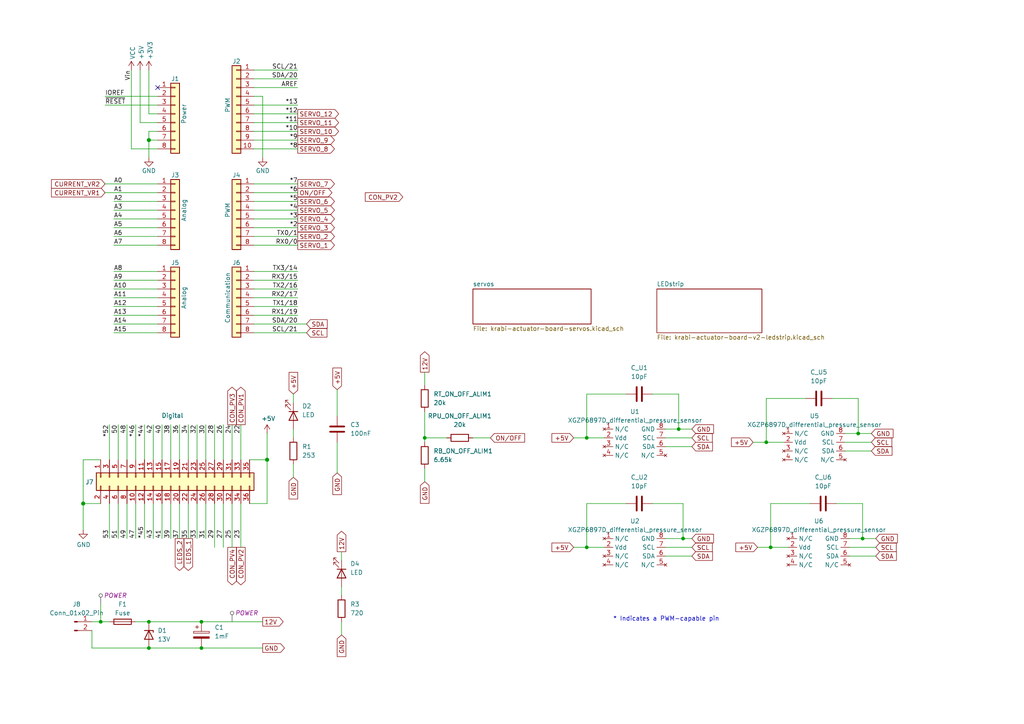
<source format=kicad_sch>
(kicad_sch (version 20230121) (generator eeschema)

  (uuid e63e39d7-6ac0-4ffd-8aa3-1841a4541b55)

  (paper "A4")

  (title_block
    (date "mar. 31 mars 2015")
  )

  (lib_symbols
    (symbol "Connector:Conn_01x02_Pin" (pin_names (offset 1.016) hide) (in_bom yes) (on_board yes)
      (property "Reference" "J" (at 0 2.54 0)
        (effects (font (size 1.27 1.27)))
      )
      (property "Value" "Conn_01x02_Pin" (at 0 -5.08 0)
        (effects (font (size 1.27 1.27)))
      )
      (property "Footprint" "" (at 0 0 0)
        (effects (font (size 1.27 1.27)) hide)
      )
      (property "Datasheet" "~" (at 0 0 0)
        (effects (font (size 1.27 1.27)) hide)
      )
      (property "ki_locked" "" (at 0 0 0)
        (effects (font (size 1.27 1.27)))
      )
      (property "ki_keywords" "connector" (at 0 0 0)
        (effects (font (size 1.27 1.27)) hide)
      )
      (property "ki_description" "Generic connector, single row, 01x02, script generated" (at 0 0 0)
        (effects (font (size 1.27 1.27)) hide)
      )
      (property "ki_fp_filters" "Connector*:*_1x??_*" (at 0 0 0)
        (effects (font (size 1.27 1.27)) hide)
      )
      (symbol "Conn_01x02_Pin_1_1"
        (polyline
          (pts
            (xy 1.27 -2.54)
            (xy 0.8636 -2.54)
          )
          (stroke (width 0.1524) (type default))
          (fill (type none))
        )
        (polyline
          (pts
            (xy 1.27 0)
            (xy 0.8636 0)
          )
          (stroke (width 0.1524) (type default))
          (fill (type none))
        )
        (rectangle (start 0.8636 -2.413) (end 0 -2.667)
          (stroke (width 0.1524) (type default))
          (fill (type outline))
        )
        (rectangle (start 0.8636 0.127) (end 0 -0.127)
          (stroke (width 0.1524) (type default))
          (fill (type outline))
        )
        (pin passive line (at 5.08 0 180) (length 3.81)
          (name "Pin_1" (effects (font (size 1.27 1.27))))
          (number "1" (effects (font (size 1.27 1.27))))
        )
        (pin passive line (at 5.08 -2.54 180) (length 3.81)
          (name "Pin_2" (effects (font (size 1.27 1.27))))
          (number "2" (effects (font (size 1.27 1.27))))
        )
      )
    )
    (symbol "Connector_Generic:Conn_01x08" (pin_names (offset 1.016) hide) (in_bom yes) (on_board yes)
      (property "Reference" "J" (at 0 10.16 0)
        (effects (font (size 1.27 1.27)))
      )
      (property "Value" "Conn_01x08" (at 0 -12.7 0)
        (effects (font (size 1.27 1.27)))
      )
      (property "Footprint" "" (at 0 0 0)
        (effects (font (size 1.27 1.27)) hide)
      )
      (property "Datasheet" "~" (at 0 0 0)
        (effects (font (size 1.27 1.27)) hide)
      )
      (property "ki_keywords" "connector" (at 0 0 0)
        (effects (font (size 1.27 1.27)) hide)
      )
      (property "ki_description" "Generic connector, single row, 01x08, script generated (kicad-library-utils/schlib/autogen/connector/)" (at 0 0 0)
        (effects (font (size 1.27 1.27)) hide)
      )
      (property "ki_fp_filters" "Connector*:*_1x??_*" (at 0 0 0)
        (effects (font (size 1.27 1.27)) hide)
      )
      (symbol "Conn_01x08_1_1"
        (rectangle (start -1.27 -10.033) (end 0 -10.287)
          (stroke (width 0.1524) (type default))
          (fill (type none))
        )
        (rectangle (start -1.27 -7.493) (end 0 -7.747)
          (stroke (width 0.1524) (type default))
          (fill (type none))
        )
        (rectangle (start -1.27 -4.953) (end 0 -5.207)
          (stroke (width 0.1524) (type default))
          (fill (type none))
        )
        (rectangle (start -1.27 -2.413) (end 0 -2.667)
          (stroke (width 0.1524) (type default))
          (fill (type none))
        )
        (rectangle (start -1.27 0.127) (end 0 -0.127)
          (stroke (width 0.1524) (type default))
          (fill (type none))
        )
        (rectangle (start -1.27 2.667) (end 0 2.413)
          (stroke (width 0.1524) (type default))
          (fill (type none))
        )
        (rectangle (start -1.27 5.207) (end 0 4.953)
          (stroke (width 0.1524) (type default))
          (fill (type none))
        )
        (rectangle (start -1.27 7.747) (end 0 7.493)
          (stroke (width 0.1524) (type default))
          (fill (type none))
        )
        (rectangle (start -1.27 8.89) (end 1.27 -11.43)
          (stroke (width 0.254) (type default))
          (fill (type background))
        )
        (pin passive line (at -5.08 7.62 0) (length 3.81)
          (name "Pin_1" (effects (font (size 1.27 1.27))))
          (number "1" (effects (font (size 1.27 1.27))))
        )
        (pin passive line (at -5.08 5.08 0) (length 3.81)
          (name "Pin_2" (effects (font (size 1.27 1.27))))
          (number "2" (effects (font (size 1.27 1.27))))
        )
        (pin passive line (at -5.08 2.54 0) (length 3.81)
          (name "Pin_3" (effects (font (size 1.27 1.27))))
          (number "3" (effects (font (size 1.27 1.27))))
        )
        (pin passive line (at -5.08 0 0) (length 3.81)
          (name "Pin_4" (effects (font (size 1.27 1.27))))
          (number "4" (effects (font (size 1.27 1.27))))
        )
        (pin passive line (at -5.08 -2.54 0) (length 3.81)
          (name "Pin_5" (effects (font (size 1.27 1.27))))
          (number "5" (effects (font (size 1.27 1.27))))
        )
        (pin passive line (at -5.08 -5.08 0) (length 3.81)
          (name "Pin_6" (effects (font (size 1.27 1.27))))
          (number "6" (effects (font (size 1.27 1.27))))
        )
        (pin passive line (at -5.08 -7.62 0) (length 3.81)
          (name "Pin_7" (effects (font (size 1.27 1.27))))
          (number "7" (effects (font (size 1.27 1.27))))
        )
        (pin passive line (at -5.08 -10.16 0) (length 3.81)
          (name "Pin_8" (effects (font (size 1.27 1.27))))
          (number "8" (effects (font (size 1.27 1.27))))
        )
      )
    )
    (symbol "Connector_Generic:Conn_01x10" (pin_names (offset 1.016) hide) (in_bom yes) (on_board yes)
      (property "Reference" "J" (at 0 12.7 0)
        (effects (font (size 1.27 1.27)))
      )
      (property "Value" "Conn_01x10" (at 0 -15.24 0)
        (effects (font (size 1.27 1.27)))
      )
      (property "Footprint" "" (at 0 0 0)
        (effects (font (size 1.27 1.27)) hide)
      )
      (property "Datasheet" "~" (at 0 0 0)
        (effects (font (size 1.27 1.27)) hide)
      )
      (property "ki_keywords" "connector" (at 0 0 0)
        (effects (font (size 1.27 1.27)) hide)
      )
      (property "ki_description" "Generic connector, single row, 01x10, script generated (kicad-library-utils/schlib/autogen/connector/)" (at 0 0 0)
        (effects (font (size 1.27 1.27)) hide)
      )
      (property "ki_fp_filters" "Connector*:*_1x??_*" (at 0 0 0)
        (effects (font (size 1.27 1.27)) hide)
      )
      (symbol "Conn_01x10_1_1"
        (rectangle (start -1.27 -12.573) (end 0 -12.827)
          (stroke (width 0.1524) (type default))
          (fill (type none))
        )
        (rectangle (start -1.27 -10.033) (end 0 -10.287)
          (stroke (width 0.1524) (type default))
          (fill (type none))
        )
        (rectangle (start -1.27 -7.493) (end 0 -7.747)
          (stroke (width 0.1524) (type default))
          (fill (type none))
        )
        (rectangle (start -1.27 -4.953) (end 0 -5.207)
          (stroke (width 0.1524) (type default))
          (fill (type none))
        )
        (rectangle (start -1.27 -2.413) (end 0 -2.667)
          (stroke (width 0.1524) (type default))
          (fill (type none))
        )
        (rectangle (start -1.27 0.127) (end 0 -0.127)
          (stroke (width 0.1524) (type default))
          (fill (type none))
        )
        (rectangle (start -1.27 2.667) (end 0 2.413)
          (stroke (width 0.1524) (type default))
          (fill (type none))
        )
        (rectangle (start -1.27 5.207) (end 0 4.953)
          (stroke (width 0.1524) (type default))
          (fill (type none))
        )
        (rectangle (start -1.27 7.747) (end 0 7.493)
          (stroke (width 0.1524) (type default))
          (fill (type none))
        )
        (rectangle (start -1.27 10.287) (end 0 10.033)
          (stroke (width 0.1524) (type default))
          (fill (type none))
        )
        (rectangle (start -1.27 11.43) (end 1.27 -13.97)
          (stroke (width 0.254) (type default))
          (fill (type background))
        )
        (pin passive line (at -5.08 10.16 0) (length 3.81)
          (name "Pin_1" (effects (font (size 1.27 1.27))))
          (number "1" (effects (font (size 1.27 1.27))))
        )
        (pin passive line (at -5.08 -12.7 0) (length 3.81)
          (name "Pin_10" (effects (font (size 1.27 1.27))))
          (number "10" (effects (font (size 1.27 1.27))))
        )
        (pin passive line (at -5.08 7.62 0) (length 3.81)
          (name "Pin_2" (effects (font (size 1.27 1.27))))
          (number "2" (effects (font (size 1.27 1.27))))
        )
        (pin passive line (at -5.08 5.08 0) (length 3.81)
          (name "Pin_3" (effects (font (size 1.27 1.27))))
          (number "3" (effects (font (size 1.27 1.27))))
        )
        (pin passive line (at -5.08 2.54 0) (length 3.81)
          (name "Pin_4" (effects (font (size 1.27 1.27))))
          (number "4" (effects (font (size 1.27 1.27))))
        )
        (pin passive line (at -5.08 0 0) (length 3.81)
          (name "Pin_5" (effects (font (size 1.27 1.27))))
          (number "5" (effects (font (size 1.27 1.27))))
        )
        (pin passive line (at -5.08 -2.54 0) (length 3.81)
          (name "Pin_6" (effects (font (size 1.27 1.27))))
          (number "6" (effects (font (size 1.27 1.27))))
        )
        (pin passive line (at -5.08 -5.08 0) (length 3.81)
          (name "Pin_7" (effects (font (size 1.27 1.27))))
          (number "7" (effects (font (size 1.27 1.27))))
        )
        (pin passive line (at -5.08 -7.62 0) (length 3.81)
          (name "Pin_8" (effects (font (size 1.27 1.27))))
          (number "8" (effects (font (size 1.27 1.27))))
        )
        (pin passive line (at -5.08 -10.16 0) (length 3.81)
          (name "Pin_9" (effects (font (size 1.27 1.27))))
          (number "9" (effects (font (size 1.27 1.27))))
        )
      )
    )
    (symbol "Connector_Generic:Conn_02x18_Odd_Even" (pin_names (offset 1.016) hide) (in_bom yes) (on_board yes)
      (property "Reference" "J" (at 1.27 22.86 0)
        (effects (font (size 1.27 1.27)))
      )
      (property "Value" "Conn_02x18_Odd_Even" (at 1.27 -25.4 0)
        (effects (font (size 1.27 1.27)))
      )
      (property "Footprint" "" (at 0 0 0)
        (effects (font (size 1.27 1.27)) hide)
      )
      (property "Datasheet" "~" (at 0 0 0)
        (effects (font (size 1.27 1.27)) hide)
      )
      (property "ki_keywords" "connector" (at 0 0 0)
        (effects (font (size 1.27 1.27)) hide)
      )
      (property "ki_description" "Generic connector, double row, 02x18, odd/even pin numbering scheme (row 1 odd numbers, row 2 even numbers), script generated (kicad-library-utils/schlib/autogen/connector/)" (at 0 0 0)
        (effects (font (size 1.27 1.27)) hide)
      )
      (property "ki_fp_filters" "Connector*:*_2x??_*" (at 0 0 0)
        (effects (font (size 1.27 1.27)) hide)
      )
      (symbol "Conn_02x18_Odd_Even_1_1"
        (rectangle (start -1.27 -22.733) (end 0 -22.987)
          (stroke (width 0.1524) (type default))
          (fill (type none))
        )
        (rectangle (start -1.27 -20.193) (end 0 -20.447)
          (stroke (width 0.1524) (type default))
          (fill (type none))
        )
        (rectangle (start -1.27 -17.653) (end 0 -17.907)
          (stroke (width 0.1524) (type default))
          (fill (type none))
        )
        (rectangle (start -1.27 -15.113) (end 0 -15.367)
          (stroke (width 0.1524) (type default))
          (fill (type none))
        )
        (rectangle (start -1.27 -12.573) (end 0 -12.827)
          (stroke (width 0.1524) (type default))
          (fill (type none))
        )
        (rectangle (start -1.27 -10.033) (end 0 -10.287)
          (stroke (width 0.1524) (type default))
          (fill (type none))
        )
        (rectangle (start -1.27 -7.493) (end 0 -7.747)
          (stroke (width 0.1524) (type default))
          (fill (type none))
        )
        (rectangle (start -1.27 -4.953) (end 0 -5.207)
          (stroke (width 0.1524) (type default))
          (fill (type none))
        )
        (rectangle (start -1.27 -2.413) (end 0 -2.667)
          (stroke (width 0.1524) (type default))
          (fill (type none))
        )
        (rectangle (start -1.27 0.127) (end 0 -0.127)
          (stroke (width 0.1524) (type default))
          (fill (type none))
        )
        (rectangle (start -1.27 2.667) (end 0 2.413)
          (stroke (width 0.1524) (type default))
          (fill (type none))
        )
        (rectangle (start -1.27 5.207) (end 0 4.953)
          (stroke (width 0.1524) (type default))
          (fill (type none))
        )
        (rectangle (start -1.27 7.747) (end 0 7.493)
          (stroke (width 0.1524) (type default))
          (fill (type none))
        )
        (rectangle (start -1.27 10.287) (end 0 10.033)
          (stroke (width 0.1524) (type default))
          (fill (type none))
        )
        (rectangle (start -1.27 12.827) (end 0 12.573)
          (stroke (width 0.1524) (type default))
          (fill (type none))
        )
        (rectangle (start -1.27 15.367) (end 0 15.113)
          (stroke (width 0.1524) (type default))
          (fill (type none))
        )
        (rectangle (start -1.27 17.907) (end 0 17.653)
          (stroke (width 0.1524) (type default))
          (fill (type none))
        )
        (rectangle (start -1.27 20.447) (end 0 20.193)
          (stroke (width 0.1524) (type default))
          (fill (type none))
        )
        (rectangle (start -1.27 21.59) (end 3.81 -24.13)
          (stroke (width 0.254) (type default))
          (fill (type background))
        )
        (rectangle (start 3.81 -22.733) (end 2.54 -22.987)
          (stroke (width 0.1524) (type default))
          (fill (type none))
        )
        (rectangle (start 3.81 -20.193) (end 2.54 -20.447)
          (stroke (width 0.1524) (type default))
          (fill (type none))
        )
        (rectangle (start 3.81 -17.653) (end 2.54 -17.907)
          (stroke (width 0.1524) (type default))
          (fill (type none))
        )
        (rectangle (start 3.81 -15.113) (end 2.54 -15.367)
          (stroke (width 0.1524) (type default))
          (fill (type none))
        )
        (rectangle (start 3.81 -12.573) (end 2.54 -12.827)
          (stroke (width 0.1524) (type default))
          (fill (type none))
        )
        (rectangle (start 3.81 -10.033) (end 2.54 -10.287)
          (stroke (width 0.1524) (type default))
          (fill (type none))
        )
        (rectangle (start 3.81 -7.493) (end 2.54 -7.747)
          (stroke (width 0.1524) (type default))
          (fill (type none))
        )
        (rectangle (start 3.81 -4.953) (end 2.54 -5.207)
          (stroke (width 0.1524) (type default))
          (fill (type none))
        )
        (rectangle (start 3.81 -2.413) (end 2.54 -2.667)
          (stroke (width 0.1524) (type default))
          (fill (type none))
        )
        (rectangle (start 3.81 0.127) (end 2.54 -0.127)
          (stroke (width 0.1524) (type default))
          (fill (type none))
        )
        (rectangle (start 3.81 2.667) (end 2.54 2.413)
          (stroke (width 0.1524) (type default))
          (fill (type none))
        )
        (rectangle (start 3.81 5.207) (end 2.54 4.953)
          (stroke (width 0.1524) (type default))
          (fill (type none))
        )
        (rectangle (start 3.81 7.747) (end 2.54 7.493)
          (stroke (width 0.1524) (type default))
          (fill (type none))
        )
        (rectangle (start 3.81 10.287) (end 2.54 10.033)
          (stroke (width 0.1524) (type default))
          (fill (type none))
        )
        (rectangle (start 3.81 12.827) (end 2.54 12.573)
          (stroke (width 0.1524) (type default))
          (fill (type none))
        )
        (rectangle (start 3.81 15.367) (end 2.54 15.113)
          (stroke (width 0.1524) (type default))
          (fill (type none))
        )
        (rectangle (start 3.81 17.907) (end 2.54 17.653)
          (stroke (width 0.1524) (type default))
          (fill (type none))
        )
        (rectangle (start 3.81 20.447) (end 2.54 20.193)
          (stroke (width 0.1524) (type default))
          (fill (type none))
        )
        (pin passive line (at -5.08 20.32 0) (length 3.81)
          (name "Pin_1" (effects (font (size 1.27 1.27))))
          (number "1" (effects (font (size 1.27 1.27))))
        )
        (pin passive line (at 7.62 10.16 180) (length 3.81)
          (name "Pin_10" (effects (font (size 1.27 1.27))))
          (number "10" (effects (font (size 1.27 1.27))))
        )
        (pin passive line (at -5.08 7.62 0) (length 3.81)
          (name "Pin_11" (effects (font (size 1.27 1.27))))
          (number "11" (effects (font (size 1.27 1.27))))
        )
        (pin passive line (at 7.62 7.62 180) (length 3.81)
          (name "Pin_12" (effects (font (size 1.27 1.27))))
          (number "12" (effects (font (size 1.27 1.27))))
        )
        (pin passive line (at -5.08 5.08 0) (length 3.81)
          (name "Pin_13" (effects (font (size 1.27 1.27))))
          (number "13" (effects (font (size 1.27 1.27))))
        )
        (pin passive line (at 7.62 5.08 180) (length 3.81)
          (name "Pin_14" (effects (font (size 1.27 1.27))))
          (number "14" (effects (font (size 1.27 1.27))))
        )
        (pin passive line (at -5.08 2.54 0) (length 3.81)
          (name "Pin_15" (effects (font (size 1.27 1.27))))
          (number "15" (effects (font (size 1.27 1.27))))
        )
        (pin passive line (at 7.62 2.54 180) (length 3.81)
          (name "Pin_16" (effects (font (size 1.27 1.27))))
          (number "16" (effects (font (size 1.27 1.27))))
        )
        (pin passive line (at -5.08 0 0) (length 3.81)
          (name "Pin_17" (effects (font (size 1.27 1.27))))
          (number "17" (effects (font (size 1.27 1.27))))
        )
        (pin passive line (at 7.62 0 180) (length 3.81)
          (name "Pin_18" (effects (font (size 1.27 1.27))))
          (number "18" (effects (font (size 1.27 1.27))))
        )
        (pin passive line (at -5.08 -2.54 0) (length 3.81)
          (name "Pin_19" (effects (font (size 1.27 1.27))))
          (number "19" (effects (font (size 1.27 1.27))))
        )
        (pin passive line (at 7.62 20.32 180) (length 3.81)
          (name "Pin_2" (effects (font (size 1.27 1.27))))
          (number "2" (effects (font (size 1.27 1.27))))
        )
        (pin passive line (at 7.62 -2.54 180) (length 3.81)
          (name "Pin_20" (effects (font (size 1.27 1.27))))
          (number "20" (effects (font (size 1.27 1.27))))
        )
        (pin passive line (at -5.08 -5.08 0) (length 3.81)
          (name "Pin_21" (effects (font (size 1.27 1.27))))
          (number "21" (effects (font (size 1.27 1.27))))
        )
        (pin passive line (at 7.62 -5.08 180) (length 3.81)
          (name "Pin_22" (effects (font (size 1.27 1.27))))
          (number "22" (effects (font (size 1.27 1.27))))
        )
        (pin passive line (at -5.08 -7.62 0) (length 3.81)
          (name "Pin_23" (effects (font (size 1.27 1.27))))
          (number "23" (effects (font (size 1.27 1.27))))
        )
        (pin passive line (at 7.62 -7.62 180) (length 3.81)
          (name "Pin_24" (effects (font (size 1.27 1.27))))
          (number "24" (effects (font (size 1.27 1.27))))
        )
        (pin passive line (at -5.08 -10.16 0) (length 3.81)
          (name "Pin_25" (effects (font (size 1.27 1.27))))
          (number "25" (effects (font (size 1.27 1.27))))
        )
        (pin passive line (at 7.62 -10.16 180) (length 3.81)
          (name "Pin_26" (effects (font (size 1.27 1.27))))
          (number "26" (effects (font (size 1.27 1.27))))
        )
        (pin passive line (at -5.08 -12.7 0) (length 3.81)
          (name "Pin_27" (effects (font (size 1.27 1.27))))
          (number "27" (effects (font (size 1.27 1.27))))
        )
        (pin passive line (at 7.62 -12.7 180) (length 3.81)
          (name "Pin_28" (effects (font (size 1.27 1.27))))
          (number "28" (effects (font (size 1.27 1.27))))
        )
        (pin passive line (at -5.08 -15.24 0) (length 3.81)
          (name "Pin_29" (effects (font (size 1.27 1.27))))
          (number "29" (effects (font (size 1.27 1.27))))
        )
        (pin passive line (at -5.08 17.78 0) (length 3.81)
          (name "Pin_3" (effects (font (size 1.27 1.27))))
          (number "3" (effects (font (size 1.27 1.27))))
        )
        (pin passive line (at 7.62 -15.24 180) (length 3.81)
          (name "Pin_30" (effects (font (size 1.27 1.27))))
          (number "30" (effects (font (size 1.27 1.27))))
        )
        (pin passive line (at -5.08 -17.78 0) (length 3.81)
          (name "Pin_31" (effects (font (size 1.27 1.27))))
          (number "31" (effects (font (size 1.27 1.27))))
        )
        (pin passive line (at 7.62 -17.78 180) (length 3.81)
          (name "Pin_32" (effects (font (size 1.27 1.27))))
          (number "32" (effects (font (size 1.27 1.27))))
        )
        (pin passive line (at -5.08 -20.32 0) (length 3.81)
          (name "Pin_33" (effects (font (size 1.27 1.27))))
          (number "33" (effects (font (size 1.27 1.27))))
        )
        (pin passive line (at 7.62 -20.32 180) (length 3.81)
          (name "Pin_34" (effects (font (size 1.27 1.27))))
          (number "34" (effects (font (size 1.27 1.27))))
        )
        (pin passive line (at -5.08 -22.86 0) (length 3.81)
          (name "Pin_35" (effects (font (size 1.27 1.27))))
          (number "35" (effects (font (size 1.27 1.27))))
        )
        (pin passive line (at 7.62 -22.86 180) (length 3.81)
          (name "Pin_36" (effects (font (size 1.27 1.27))))
          (number "36" (effects (font (size 1.27 1.27))))
        )
        (pin passive line (at 7.62 17.78 180) (length 3.81)
          (name "Pin_4" (effects (font (size 1.27 1.27))))
          (number "4" (effects (font (size 1.27 1.27))))
        )
        (pin passive line (at -5.08 15.24 0) (length 3.81)
          (name "Pin_5" (effects (font (size 1.27 1.27))))
          (number "5" (effects (font (size 1.27 1.27))))
        )
        (pin passive line (at 7.62 15.24 180) (length 3.81)
          (name "Pin_6" (effects (font (size 1.27 1.27))))
          (number "6" (effects (font (size 1.27 1.27))))
        )
        (pin passive line (at -5.08 12.7 0) (length 3.81)
          (name "Pin_7" (effects (font (size 1.27 1.27))))
          (number "7" (effects (font (size 1.27 1.27))))
        )
        (pin passive line (at 7.62 12.7 180) (length 3.81)
          (name "Pin_8" (effects (font (size 1.27 1.27))))
          (number "8" (effects (font (size 1.27 1.27))))
        )
        (pin passive line (at -5.08 10.16 0) (length 3.81)
          (name "Pin_9" (effects (font (size 1.27 1.27))))
          (number "9" (effects (font (size 1.27 1.27))))
        )
      )
    )
    (symbol "Device:C" (pin_numbers hide) (pin_names (offset 0.254)) (in_bom yes) (on_board yes)
      (property "Reference" "C" (at 0.635 2.54 0)
        (effects (font (size 1.27 1.27)) (justify left))
      )
      (property "Value" "C" (at 0.635 -2.54 0)
        (effects (font (size 1.27 1.27)) (justify left))
      )
      (property "Footprint" "" (at 0.9652 -3.81 0)
        (effects (font (size 1.27 1.27)) hide)
      )
      (property "Datasheet" "~" (at 0 0 0)
        (effects (font (size 1.27 1.27)) hide)
      )
      (property "ki_keywords" "cap capacitor" (at 0 0 0)
        (effects (font (size 1.27 1.27)) hide)
      )
      (property "ki_description" "Unpolarized capacitor" (at 0 0 0)
        (effects (font (size 1.27 1.27)) hide)
      )
      (property "ki_fp_filters" "C_*" (at 0 0 0)
        (effects (font (size 1.27 1.27)) hide)
      )
      (symbol "C_0_1"
        (polyline
          (pts
            (xy -2.032 -0.762)
            (xy 2.032 -0.762)
          )
          (stroke (width 0.508) (type default))
          (fill (type none))
        )
        (polyline
          (pts
            (xy -2.032 0.762)
            (xy 2.032 0.762)
          )
          (stroke (width 0.508) (type default))
          (fill (type none))
        )
      )
      (symbol "C_1_1"
        (pin passive line (at 0 3.81 270) (length 2.794)
          (name "~" (effects (font (size 1.27 1.27))))
          (number "1" (effects (font (size 1.27 1.27))))
        )
        (pin passive line (at 0 -3.81 90) (length 2.794)
          (name "~" (effects (font (size 1.27 1.27))))
          (number "2" (effects (font (size 1.27 1.27))))
        )
      )
    )
    (symbol "Device:C_Polarized" (pin_numbers hide) (pin_names (offset 0.254)) (in_bom yes) (on_board yes)
      (property "Reference" "C" (at 0.635 2.54 0)
        (effects (font (size 1.27 1.27)) (justify left))
      )
      (property "Value" "C_Polarized" (at 0.635 -2.54 0)
        (effects (font (size 1.27 1.27)) (justify left))
      )
      (property "Footprint" "" (at 0.9652 -3.81 0)
        (effects (font (size 1.27 1.27)) hide)
      )
      (property "Datasheet" "~" (at 0 0 0)
        (effects (font (size 1.27 1.27)) hide)
      )
      (property "ki_keywords" "cap capacitor" (at 0 0 0)
        (effects (font (size 1.27 1.27)) hide)
      )
      (property "ki_description" "Polarized capacitor" (at 0 0 0)
        (effects (font (size 1.27 1.27)) hide)
      )
      (property "ki_fp_filters" "CP_*" (at 0 0 0)
        (effects (font (size 1.27 1.27)) hide)
      )
      (symbol "C_Polarized_0_1"
        (rectangle (start -2.286 0.508) (end 2.286 1.016)
          (stroke (width 0) (type default))
          (fill (type none))
        )
        (polyline
          (pts
            (xy -1.778 2.286)
            (xy -0.762 2.286)
          )
          (stroke (width 0) (type default))
          (fill (type none))
        )
        (polyline
          (pts
            (xy -1.27 2.794)
            (xy -1.27 1.778)
          )
          (stroke (width 0) (type default))
          (fill (type none))
        )
        (rectangle (start 2.286 -0.508) (end -2.286 -1.016)
          (stroke (width 0) (type default))
          (fill (type outline))
        )
      )
      (symbol "C_Polarized_1_1"
        (pin passive line (at 0 3.81 270) (length 2.794)
          (name "~" (effects (font (size 1.27 1.27))))
          (number "1" (effects (font (size 1.27 1.27))))
        )
        (pin passive line (at 0 -3.81 90) (length 2.794)
          (name "~" (effects (font (size 1.27 1.27))))
          (number "2" (effects (font (size 1.27 1.27))))
        )
      )
    )
    (symbol "Device:D_Zener" (pin_numbers hide) (pin_names (offset 1.016) hide) (in_bom yes) (on_board yes)
      (property "Reference" "D" (at 0 2.54 0)
        (effects (font (size 1.27 1.27)))
      )
      (property "Value" "D_Zener" (at 0 -2.54 0)
        (effects (font (size 1.27 1.27)))
      )
      (property "Footprint" "" (at 0 0 0)
        (effects (font (size 1.27 1.27)) hide)
      )
      (property "Datasheet" "~" (at 0 0 0)
        (effects (font (size 1.27 1.27)) hide)
      )
      (property "ki_keywords" "diode" (at 0 0 0)
        (effects (font (size 1.27 1.27)) hide)
      )
      (property "ki_description" "Zener diode" (at 0 0 0)
        (effects (font (size 1.27 1.27)) hide)
      )
      (property "ki_fp_filters" "TO-???* *_Diode_* *SingleDiode* D_*" (at 0 0 0)
        (effects (font (size 1.27 1.27)) hide)
      )
      (symbol "D_Zener_0_1"
        (polyline
          (pts
            (xy 1.27 0)
            (xy -1.27 0)
          )
          (stroke (width 0) (type default))
          (fill (type none))
        )
        (polyline
          (pts
            (xy -1.27 -1.27)
            (xy -1.27 1.27)
            (xy -0.762 1.27)
          )
          (stroke (width 0.254) (type default))
          (fill (type none))
        )
        (polyline
          (pts
            (xy 1.27 -1.27)
            (xy 1.27 1.27)
            (xy -1.27 0)
            (xy 1.27 -1.27)
          )
          (stroke (width 0.254) (type default))
          (fill (type none))
        )
      )
      (symbol "D_Zener_1_1"
        (pin passive line (at -3.81 0 0) (length 2.54)
          (name "K" (effects (font (size 1.27 1.27))))
          (number "1" (effects (font (size 1.27 1.27))))
        )
        (pin passive line (at 3.81 0 180) (length 2.54)
          (name "A" (effects (font (size 1.27 1.27))))
          (number "2" (effects (font (size 1.27 1.27))))
        )
      )
    )
    (symbol "Device:Fuse" (pin_numbers hide) (pin_names (offset 0)) (in_bom yes) (on_board yes)
      (property "Reference" "F" (at 2.032 0 90)
        (effects (font (size 1.27 1.27)))
      )
      (property "Value" "Fuse" (at -1.905 0 90)
        (effects (font (size 1.27 1.27)))
      )
      (property "Footprint" "" (at -1.778 0 90)
        (effects (font (size 1.27 1.27)) hide)
      )
      (property "Datasheet" "~" (at 0 0 0)
        (effects (font (size 1.27 1.27)) hide)
      )
      (property "ki_keywords" "fuse" (at 0 0 0)
        (effects (font (size 1.27 1.27)) hide)
      )
      (property "ki_description" "Fuse" (at 0 0 0)
        (effects (font (size 1.27 1.27)) hide)
      )
      (property "ki_fp_filters" "*Fuse*" (at 0 0 0)
        (effects (font (size 1.27 1.27)) hide)
      )
      (symbol "Fuse_0_1"
        (rectangle (start -0.762 -2.54) (end 0.762 2.54)
          (stroke (width 0.254) (type default))
          (fill (type none))
        )
        (polyline
          (pts
            (xy 0 2.54)
            (xy 0 -2.54)
          )
          (stroke (width 0) (type default))
          (fill (type none))
        )
      )
      (symbol "Fuse_1_1"
        (pin passive line (at 0 3.81 270) (length 1.27)
          (name "~" (effects (font (size 1.27 1.27))))
          (number "1" (effects (font (size 1.27 1.27))))
        )
        (pin passive line (at 0 -3.81 90) (length 1.27)
          (name "~" (effects (font (size 1.27 1.27))))
          (number "2" (effects (font (size 1.27 1.27))))
        )
      )
    )
    (symbol "Device:LED" (pin_numbers hide) (pin_names (offset 1.016) hide) (in_bom yes) (on_board yes)
      (property "Reference" "D" (at 0 2.54 0)
        (effects (font (size 1.27 1.27)))
      )
      (property "Value" "LED" (at 0 -2.54 0)
        (effects (font (size 1.27 1.27)))
      )
      (property "Footprint" "" (at 0 0 0)
        (effects (font (size 1.27 1.27)) hide)
      )
      (property "Datasheet" "~" (at 0 0 0)
        (effects (font (size 1.27 1.27)) hide)
      )
      (property "ki_keywords" "LED diode" (at 0 0 0)
        (effects (font (size 1.27 1.27)) hide)
      )
      (property "ki_description" "Light emitting diode" (at 0 0 0)
        (effects (font (size 1.27 1.27)) hide)
      )
      (property "ki_fp_filters" "LED* LED_SMD:* LED_THT:*" (at 0 0 0)
        (effects (font (size 1.27 1.27)) hide)
      )
      (symbol "LED_0_1"
        (polyline
          (pts
            (xy -1.27 -1.27)
            (xy -1.27 1.27)
          )
          (stroke (width 0.254) (type default))
          (fill (type none))
        )
        (polyline
          (pts
            (xy -1.27 0)
            (xy 1.27 0)
          )
          (stroke (width 0) (type default))
          (fill (type none))
        )
        (polyline
          (pts
            (xy 1.27 -1.27)
            (xy 1.27 1.27)
            (xy -1.27 0)
            (xy 1.27 -1.27)
          )
          (stroke (width 0.254) (type default))
          (fill (type none))
        )
        (polyline
          (pts
            (xy -3.048 -0.762)
            (xy -4.572 -2.286)
            (xy -3.81 -2.286)
            (xy -4.572 -2.286)
            (xy -4.572 -1.524)
          )
          (stroke (width 0) (type default))
          (fill (type none))
        )
        (polyline
          (pts
            (xy -1.778 -0.762)
            (xy -3.302 -2.286)
            (xy -2.54 -2.286)
            (xy -3.302 -2.286)
            (xy -3.302 -1.524)
          )
          (stroke (width 0) (type default))
          (fill (type none))
        )
      )
      (symbol "LED_1_1"
        (pin passive line (at -3.81 0 0) (length 2.54)
          (name "K" (effects (font (size 1.27 1.27))))
          (number "1" (effects (font (size 1.27 1.27))))
        )
        (pin passive line (at 3.81 0 180) (length 2.54)
          (name "A" (effects (font (size 1.27 1.27))))
          (number "2" (effects (font (size 1.27 1.27))))
        )
      )
    )
    (symbol "Device:R" (pin_numbers hide) (pin_names (offset 0)) (in_bom yes) (on_board yes)
      (property "Reference" "R" (at 2.032 0 90)
        (effects (font (size 1.27 1.27)))
      )
      (property "Value" "R" (at 0 0 90)
        (effects (font (size 1.27 1.27)))
      )
      (property "Footprint" "" (at -1.778 0 90)
        (effects (font (size 1.27 1.27)) hide)
      )
      (property "Datasheet" "~" (at 0 0 0)
        (effects (font (size 1.27 1.27)) hide)
      )
      (property "ki_keywords" "R res resistor" (at 0 0 0)
        (effects (font (size 1.27 1.27)) hide)
      )
      (property "ki_description" "Resistor" (at 0 0 0)
        (effects (font (size 1.27 1.27)) hide)
      )
      (property "ki_fp_filters" "R_*" (at 0 0 0)
        (effects (font (size 1.27 1.27)) hide)
      )
      (symbol "R_0_1"
        (rectangle (start -1.016 -2.54) (end 1.016 2.54)
          (stroke (width 0.254) (type default))
          (fill (type none))
        )
      )
      (symbol "R_1_1"
        (pin passive line (at 0 3.81 270) (length 1.27)
          (name "~" (effects (font (size 1.27 1.27))))
          (number "1" (effects (font (size 1.27 1.27))))
        )
        (pin passive line (at 0 -3.81 90) (length 1.27)
          (name "~" (effects (font (size 1.27 1.27))))
          (number "2" (effects (font (size 1.27 1.27))))
        )
      )
    )
    (symbol "Krabi:XGZP6897D_differential_pressure_sensor" (in_bom yes) (on_board yes)
      (property "Reference" "U" (at 0 0 0)
        (effects (font (size 1.27 1.27)))
      )
      (property "Value" "XGZP6897D_differential_pressure_sensor" (at 0 0 0)
        (effects (font (size 1.27 1.27)))
      )
      (property "Footprint" "" (at 0 0 0)
        (effects (font (size 1.27 1.27)) hide)
      )
      (property "Datasheet" "" (at 0 0 0)
        (effects (font (size 1.27 1.27)) hide)
      )
      (symbol "XGZP6897D_differential_pressure_sensor_1_1"
        (pin no_connect line (at -10.16 -2.54 0) (length 2.54)
          (name "N/C" (effects (font (size 1.27 1.27))))
          (number "1" (effects (font (size 1.27 1.27))))
        )
        (pin power_in line (at -10.16 -5.08 0) (length 2.54)
          (name "Vdd" (effects (font (size 1.27 1.27))))
          (number "2" (effects (font (size 1.27 1.27))))
        )
        (pin no_connect line (at -10.16 -7.62 0) (length 2.54)
          (name "N/C" (effects (font (size 1.27 1.27))))
          (number "3" (effects (font (size 1.27 1.27))))
        )
        (pin no_connect line (at -10.16 -10.16 0) (length 2.54)
          (name "N/C" (effects (font (size 1.27 1.27))))
          (number "4" (effects (font (size 1.27 1.27))))
        )
        (pin no_connect line (at 7.62 -10.16 180) (length 2.54)
          (name "N/C" (effects (font (size 1.27 1.27))))
          (number "5" (effects (font (size 1.27 1.27))))
        )
        (pin bidirectional line (at 7.62 -7.62 180) (length 2.54)
          (name "SDA" (effects (font (size 1.27 1.27))))
          (number "6" (effects (font (size 1.27 1.27))))
        )
        (pin bidirectional line (at 7.62 -5.08 180) (length 2.54)
          (name "SCL" (effects (font (size 1.27 1.27))))
          (number "7" (effects (font (size 1.27 1.27))))
        )
        (pin power_in line (at 7.62 -2.54 180) (length 2.54)
          (name "GND" (effects (font (size 1.27 1.27))))
          (number "8" (effects (font (size 1.27 1.27))))
        )
      )
    )
    (symbol "power:+3V3" (power) (pin_names (offset 0)) (in_bom yes) (on_board yes)
      (property "Reference" "#PWR" (at 0 -3.81 0)
        (effects (font (size 1.27 1.27)) hide)
      )
      (property "Value" "+3V3" (at 0 3.556 0)
        (effects (font (size 1.27 1.27)))
      )
      (property "Footprint" "" (at 0 0 0)
        (effects (font (size 1.27 1.27)) hide)
      )
      (property "Datasheet" "" (at 0 0 0)
        (effects (font (size 1.27 1.27)) hide)
      )
      (property "ki_keywords" "power-flag" (at 0 0 0)
        (effects (font (size 1.27 1.27)) hide)
      )
      (property "ki_description" "Power symbol creates a global label with name \"+3V3\"" (at 0 0 0)
        (effects (font (size 1.27 1.27)) hide)
      )
      (symbol "+3V3_0_1"
        (polyline
          (pts
            (xy -0.762 1.27)
            (xy 0 2.54)
          )
          (stroke (width 0) (type default))
          (fill (type none))
        )
        (polyline
          (pts
            (xy 0 0)
            (xy 0 2.54)
          )
          (stroke (width 0) (type default))
          (fill (type none))
        )
        (polyline
          (pts
            (xy 0 2.54)
            (xy 0.762 1.27)
          )
          (stroke (width 0) (type default))
          (fill (type none))
        )
      )
      (symbol "+3V3_1_1"
        (pin power_in line (at 0 0 90) (length 0) hide
          (name "+3V3" (effects (font (size 1.27 1.27))))
          (number "1" (effects (font (size 1.27 1.27))))
        )
      )
    )
    (symbol "power:+5V" (power) (pin_names (offset 0)) (in_bom yes) (on_board yes)
      (property "Reference" "#PWR" (at 0 -3.81 0)
        (effects (font (size 1.27 1.27)) hide)
      )
      (property "Value" "+5V" (at 0 3.556 0)
        (effects (font (size 1.27 1.27)))
      )
      (property "Footprint" "" (at 0 0 0)
        (effects (font (size 1.27 1.27)) hide)
      )
      (property "Datasheet" "" (at 0 0 0)
        (effects (font (size 1.27 1.27)) hide)
      )
      (property "ki_keywords" "power-flag" (at 0 0 0)
        (effects (font (size 1.27 1.27)) hide)
      )
      (property "ki_description" "Power symbol creates a global label with name \"+5V\"" (at 0 0 0)
        (effects (font (size 1.27 1.27)) hide)
      )
      (symbol "+5V_0_1"
        (polyline
          (pts
            (xy -0.762 1.27)
            (xy 0 2.54)
          )
          (stroke (width 0) (type default))
          (fill (type none))
        )
        (polyline
          (pts
            (xy 0 0)
            (xy 0 2.54)
          )
          (stroke (width 0) (type default))
          (fill (type none))
        )
        (polyline
          (pts
            (xy 0 2.54)
            (xy 0.762 1.27)
          )
          (stroke (width 0) (type default))
          (fill (type none))
        )
      )
      (symbol "+5V_1_1"
        (pin power_in line (at 0 0 90) (length 0) hide
          (name "+5V" (effects (font (size 1.27 1.27))))
          (number "1" (effects (font (size 1.27 1.27))))
        )
      )
    )
    (symbol "power:GND" (power) (pin_names (offset 0)) (in_bom yes) (on_board yes)
      (property "Reference" "#PWR" (at 0 -6.35 0)
        (effects (font (size 1.27 1.27)) hide)
      )
      (property "Value" "GND" (at 0 -3.81 0)
        (effects (font (size 1.27 1.27)))
      )
      (property "Footprint" "" (at 0 0 0)
        (effects (font (size 1.27 1.27)) hide)
      )
      (property "Datasheet" "" (at 0 0 0)
        (effects (font (size 1.27 1.27)) hide)
      )
      (property "ki_keywords" "power-flag" (at 0 0 0)
        (effects (font (size 1.27 1.27)) hide)
      )
      (property "ki_description" "Power symbol creates a global label with name \"GND\" , ground" (at 0 0 0)
        (effects (font (size 1.27 1.27)) hide)
      )
      (symbol "GND_0_1"
        (polyline
          (pts
            (xy 0 0)
            (xy 0 -1.27)
            (xy 1.27 -1.27)
            (xy 0 -2.54)
            (xy -1.27 -1.27)
            (xy 0 -1.27)
          )
          (stroke (width 0) (type default))
          (fill (type none))
        )
      )
      (symbol "GND_1_1"
        (pin power_in line (at 0 0 270) (length 0) hide
          (name "GND" (effects (font (size 1.27 1.27))))
          (number "1" (effects (font (size 1.27 1.27))))
        )
      )
    )
    (symbol "power:VCC" (power) (pin_names (offset 0)) (in_bom yes) (on_board yes)
      (property "Reference" "#PWR" (at 0 -3.81 0)
        (effects (font (size 1.27 1.27)) hide)
      )
      (property "Value" "VCC" (at 0 3.81 0)
        (effects (font (size 1.27 1.27)))
      )
      (property "Footprint" "" (at 0 0 0)
        (effects (font (size 1.27 1.27)) hide)
      )
      (property "Datasheet" "" (at 0 0 0)
        (effects (font (size 1.27 1.27)) hide)
      )
      (property "ki_keywords" "power-flag" (at 0 0 0)
        (effects (font (size 1.27 1.27)) hide)
      )
      (property "ki_description" "Power symbol creates a global label with name \"VCC\"" (at 0 0 0)
        (effects (font (size 1.27 1.27)) hide)
      )
      (symbol "VCC_0_1"
        (polyline
          (pts
            (xy -0.762 1.27)
            (xy 0 2.54)
          )
          (stroke (width 0) (type default))
          (fill (type none))
        )
        (polyline
          (pts
            (xy 0 0)
            (xy 0 2.54)
          )
          (stroke (width 0) (type default))
          (fill (type none))
        )
        (polyline
          (pts
            (xy 0 2.54)
            (xy 0.762 1.27)
          )
          (stroke (width 0) (type default))
          (fill (type none))
        )
      )
      (symbol "VCC_1_1"
        (pin power_in line (at 0 0 90) (length 0) hide
          (name "VCC" (effects (font (size 1.27 1.27))))
          (number "1" (effects (font (size 1.27 1.27))))
        )
      )
    )
  )

  (junction (at 24.13 146.05) (diameter 1.016) (color 0 0 0 0)
    (uuid 127679a9-3981-4934-815e-896a4e3ff56e)
  )
  (junction (at 196.85 124.46) (diameter 0) (color 0 0 0 0)
    (uuid 14279f32-1953-4026-9316-b267301f2866)
  )
  (junction (at 43.18 40.64) (diameter 1.016) (color 0 0 0 0)
    (uuid 48ab88d7-7084-4d02-b109-3ad55a30bb11)
  )
  (junction (at 58.42 187.96) (diameter 0) (color 0 0 0 0)
    (uuid 492e8138-7fcf-4e89-84bd-78ca284c1bd2)
  )
  (junction (at 222.25 128.27) (diameter 0) (color 0 0 0 0)
    (uuid 4d03d72a-23c7-4d8d-834f-779cf2858046)
  )
  (junction (at 123.19 127) (diameter 0) (color 0 0 0 0)
    (uuid 579ea6ae-d351-4a6e-b87a-01bf611ada29)
  )
  (junction (at 170.18 158.75) (diameter 0) (color 0 0 0 0)
    (uuid 6ee319cc-a460-44bf-ab3f-89e963ccb28c)
  )
  (junction (at 198.12 156.21) (diameter 0) (color 0 0 0 0)
    (uuid ac706920-cb0a-4d45-8b7e-d3d87a4209b8)
  )
  (junction (at 29.21 180.34) (diameter 0) (color 0 0 0 0)
    (uuid b8680862-45ed-4dc8-8580-79bf43af6e0d)
  )
  (junction (at 250.19 156.21) (diameter 0) (color 0 0 0 0)
    (uuid c3da5b7f-4e2f-4d71-ac10-b5dc5bfe9393)
  )
  (junction (at 223.52 158.75) (diameter 0) (color 0 0 0 0)
    (uuid c7894823-5805-44b8-b7b9-5711210ef79b)
  )
  (junction (at 43.18 187.96) (diameter 0) (color 0 0 0 0)
    (uuid caf9d7ba-8d44-47e7-83ba-a8266395cade)
  )
  (junction (at 58.42 180.34) (diameter 0) (color 0 0 0 0)
    (uuid ceca0ec8-429d-4b6e-aeaa-d7aa00e4884f)
  )
  (junction (at 170.18 127) (diameter 0) (color 0 0 0 0)
    (uuid d8804e71-f0b6-459f-b9d7-b25535be0ae4)
  )
  (junction (at 43.18 180.34) (diameter 0) (color 0 0 0 0)
    (uuid dbbba7e9-41e7-4dc4-a786-b152b6ef036e)
  )
  (junction (at 77.47 133.35) (diameter 1.016) (color 0 0 0 0)
    (uuid f71da641-16e6-4257-80c3-0b9d804fee4f)
  )
  (junction (at 248.92 125.73) (diameter 0) (color 0 0 0 0)
    (uuid f9d65d13-bbeb-4db4-a738-cd3b7a63c22e)
  )

  (no_connect (at 45.72 25.4) (uuid d181157c-7812-47e5-a0cf-9580c905fc86))

  (wire (pts (xy 198.12 156.21) (xy 198.12 146.05))
    (stroke (width 0) (type default))
    (uuid 00a7c996-c829-4439-a149-8dd7303f0467)
  )
  (wire (pts (xy 73.66 71.12) (xy 86.36 71.12))
    (stroke (width 0) (type solid))
    (uuid 010ba307-2067-49d3-b0fa-6414143f3fc2)
  )
  (wire (pts (xy 123.19 107.95) (xy 123.19 111.76))
    (stroke (width 0) (type default))
    (uuid 045871c3-529a-4e43-a15e-72602c81b6bf)
  )
  (wire (pts (xy 33.02 71.12) (xy 45.72 71.12))
    (stroke (width 0) (type solid))
    (uuid 0652781e-53d8-47f0-b2a2-8f05e7e95976)
  )
  (wire (pts (xy 189.23 114.3) (xy 196.85 114.3))
    (stroke (width 0) (type default))
    (uuid 0667f51b-ae0c-4756-8a5e-56c53173f0c5)
  )
  (wire (pts (xy 73.66 38.1) (xy 86.36 38.1))
    (stroke (width 0) (type solid))
    (uuid 09480ba4-37da-45e3-b9fe-6beebf876349)
  )
  (wire (pts (xy 46.99 123.19) (xy 46.99 133.35))
    (stroke (width 0) (type solid))
    (uuid 09bae494-828c-4c2a-b830-a0a856467655)
  )
  (wire (pts (xy 170.18 127) (xy 175.26 127))
    (stroke (width 0) (type default))
    (uuid 0e20644e-dae4-49db-bc59-1f405e82013f)
  )
  (wire (pts (xy 73.66 20.32) (xy 86.36 20.32))
    (stroke (width 0) (type solid))
    (uuid 0f5d2189-4ead-42fa-8f7a-cfa3af4de132)
  )
  (wire (pts (xy 49.53 123.19) (xy 49.53 133.35))
    (stroke (width 0) (type solid))
    (uuid 10a001fd-550c-4180-b3e7-b52dc39e5aa8)
  )
  (wire (pts (xy 123.19 127) (xy 123.19 128.27))
    (stroke (width 0) (type default))
    (uuid 10a60460-49a9-442e-a710-3e95cff44d0d)
  )
  (wire (pts (xy 97.79 113.03) (xy 97.79 120.65))
    (stroke (width 0) (type default))
    (uuid 1179c174-0ec2-4f63-90c8-65a73e63f7c1)
  )
  (wire (pts (xy 29.21 175.26) (xy 29.21 180.34))
    (stroke (width 0) (type default))
    (uuid 137afefa-f851-47ad-a91a-689d2addcd67)
  )
  (wire (pts (xy 77.47 133.35) (xy 77.47 146.05))
    (stroke (width 0) (type solid))
    (uuid 144ec9ba-84d6-46c1-95c2-7b9d044c8102)
  )
  (wire (pts (xy 29.21 133.35) (xy 24.13 133.35))
    (stroke (width 0) (type solid))
    (uuid 18b63976-d31d-4bce-80fb-4b927b019f89)
  )
  (wire (pts (xy 73.66 83.82) (xy 86.36 83.82))
    (stroke (width 0) (type solid))
    (uuid 1c2f44b3-e471-419a-a532-7c16aa64a472)
  )
  (wire (pts (xy 43.18 38.1) (xy 43.18 40.64))
    (stroke (width 0) (type solid))
    (uuid 1c31b835-925f-4a5c-92df-8f2558bb711b)
  )
  (wire (pts (xy 181.61 146.05) (xy 170.18 146.05))
    (stroke (width 0) (type default))
    (uuid 1e282e1e-0b31-490f-ac7e-3017f83e20ca)
  )
  (wire (pts (xy 52.07 146.05) (xy 52.07 156.21))
    (stroke (width 0) (type solid))
    (uuid 2082ad00-caf1-4c27-a300-bb74cbea51d5)
  )
  (wire (pts (xy 33.02 66.04) (xy 45.72 66.04))
    (stroke (width 0) (type solid))
    (uuid 20854542-d0b0-4be7-af02-0e5fceb34e01)
  )
  (wire (pts (xy 193.04 127) (xy 200.66 127))
    (stroke (width 0) (type default))
    (uuid 2335a8d5-28f9-465a-ba10-f43a717baf03)
  )
  (wire (pts (xy 57.15 123.19) (xy 57.15 133.35))
    (stroke (width 0) (type solid))
    (uuid 240a4724-43ab-4c76-a4be-faba45871514)
  )
  (wire (pts (xy 166.37 127) (xy 170.18 127))
    (stroke (width 0) (type default))
    (uuid 269665a4-14c8-4d02-b1ac-faddb022a412)
  )
  (wire (pts (xy 34.29 123.19) (xy 34.29 133.35))
    (stroke (width 0) (type solid))
    (uuid 26bea2f6-8ba9-43a7-b08e-44ff1d53c861)
  )
  (wire (pts (xy 69.85 123.19) (xy 69.85 133.35))
    (stroke (width 0) (type solid))
    (uuid 26d78356-26a3-485e-b0af-424b53a233d6)
  )
  (wire (pts (xy 189.23 146.05) (xy 198.12 146.05))
    (stroke (width 0) (type default))
    (uuid 2a4567cf-842a-42b0-b293-4580b3851186)
  )
  (wire (pts (xy 85.09 134.62) (xy 85.09 138.43))
    (stroke (width 0) (type default))
    (uuid 2afc0272-7b75-453d-964b-34519967c9ce)
  )
  (wire (pts (xy 43.18 40.64) (xy 43.18 45.72))
    (stroke (width 0) (type solid))
    (uuid 2df788b2-ce68-49bc-a497-4b6570a17f30)
  )
  (wire (pts (xy 43.18 33.02) (xy 45.72 33.02))
    (stroke (width 0) (type solid))
    (uuid 3334b11d-5a13-40b4-a117-d693c543e4ab)
  )
  (wire (pts (xy 44.45 123.19) (xy 44.45 133.35))
    (stroke (width 0) (type solid))
    (uuid 338b140a-cde8-42cb-8e1b-f5142dc1f9a8)
  )
  (wire (pts (xy 40.64 35.56) (xy 45.72 35.56))
    (stroke (width 0) (type solid))
    (uuid 3661f80c-fef8-4441-83be-df8930b3b45e)
  )
  (wire (pts (xy 54.61 146.05) (xy 54.61 156.21))
    (stroke (width 0) (type solid))
    (uuid 36dc773e-391f-493a-ac15-7ab79ba58e0e)
  )
  (wire (pts (xy 248.92 125.73) (xy 248.92 115.57))
    (stroke (width 0) (type default))
    (uuid 391b855d-b817-45af-bc2e-e4541967c4eb)
  )
  (wire (pts (xy 40.64 20.32) (xy 40.64 35.56))
    (stroke (width 0) (type solid))
    (uuid 392bf1f6-bf67-427d-8d4c-0a87cb757556)
  )
  (wire (pts (xy 33.02 96.52) (xy 45.72 96.52))
    (stroke (width 0) (type solid))
    (uuid 3a45db4f-43df-448a-90e5-fa734e4985d6)
  )
  (wire (pts (xy 39.37 146.05) (xy 39.37 156.21))
    (stroke (width 0) (type solid))
    (uuid 3ae83c3d-8380-48c7-a73d-ae2011c5444d)
  )
  (wire (pts (xy 62.23 146.05) (xy 62.23 158.75))
    (stroke (width 0) (type solid))
    (uuid 3bc39d02-483a-4b85-ad1a-a39ec175d917)
  )
  (wire (pts (xy 193.04 161.29) (xy 200.66 161.29))
    (stroke (width 0) (type default))
    (uuid 3c405f52-9fc1-45e9-8350-ab5413a235d2)
  )
  (wire (pts (xy 246.38 161.29) (xy 254 161.29))
    (stroke (width 0) (type default))
    (uuid 3c95484d-66f0-4284-aa65-2f98449cf380)
  )
  (wire (pts (xy 85.09 124.46) (xy 85.09 127))
    (stroke (width 0) (type default))
    (uuid 3da50fd5-eb6a-4e7c-afeb-2390af935974)
  )
  (wire (pts (xy 73.66 30.48) (xy 86.36 30.48))
    (stroke (width 0) (type solid))
    (uuid 4227fa6f-c399-4f14-8228-23e39d2b7e7d)
  )
  (wire (pts (xy 219.71 158.75) (xy 223.52 158.75))
    (stroke (width 0) (type default))
    (uuid 438c0f80-9ffa-4d80-b373-aa85b57254de)
  )
  (wire (pts (xy 43.18 20.32) (xy 43.18 33.02))
    (stroke (width 0) (type solid))
    (uuid 442fb4de-4d55-45de-bc27-3e6222ceb890)
  )
  (wire (pts (xy 246.38 156.21) (xy 250.19 156.21))
    (stroke (width 0) (type default))
    (uuid 4434a8ca-c304-406a-9656-a3660ada17fb)
  )
  (wire (pts (xy 73.66 53.34) (xy 86.36 53.34))
    (stroke (width 0) (type solid))
    (uuid 4455ee2e-5642-42c1-a83b-f7e65fa0c2f1)
  )
  (wire (pts (xy 73.66 33.02) (xy 86.36 33.02))
    (stroke (width 0) (type solid))
    (uuid 4a910b57-a5cd-4105-ab4f-bde2a80d4f00)
  )
  (wire (pts (xy 45.72 93.98) (xy 33.02 93.98))
    (stroke (width 0) (type solid))
    (uuid 4b3f8876-a33b-4cb7-92a6-01a06f3e9245)
  )
  (wire (pts (xy 73.66 55.88) (xy 86.36 55.88))
    (stroke (width 0) (type solid))
    (uuid 4e60e1af-19bd-45a0-b418-b7030b594dde)
  )
  (wire (pts (xy 73.66 91.44) (xy 86.36 91.44))
    (stroke (width 0) (type solid))
    (uuid 535f236c-2664-4c6c-ba0b-0e76f0bfcd2b)
  )
  (wire (pts (xy 137.16 127) (xy 142.24 127))
    (stroke (width 0) (type default))
    (uuid 541f213f-ff05-4b80-b2d2-47c4372003bc)
  )
  (wire (pts (xy 234.95 146.05) (xy 223.52 146.05))
    (stroke (width 0) (type default))
    (uuid 5501375e-d6e4-49c6-b9ba-c38b22754bc7)
  )
  (wire (pts (xy 245.11 130.81) (xy 252.73 130.81))
    (stroke (width 0) (type default))
    (uuid 55a68455-0ec7-48b7-9206-3e5d6d8a7ee3)
  )
  (wire (pts (xy 245.11 128.27) (xy 252.73 128.27))
    (stroke (width 0) (type default))
    (uuid 564f8d49-a7c6-4c65-93f1-259552049252)
  )
  (wire (pts (xy 54.61 123.19) (xy 54.61 133.35))
    (stroke (width 0) (type solid))
    (uuid 59c6c290-eb1c-4aa2-a21c-a10a8fdf2286)
  )
  (wire (pts (xy 24.13 133.35) (xy 24.13 146.05))
    (stroke (width 0) (type solid))
    (uuid 5c382079-5d3d-4194-85e1-c1f8963618ac)
  )
  (wire (pts (xy 222.25 128.27) (xy 227.33 128.27))
    (stroke (width 0) (type default))
    (uuid 5cce57cc-e00b-42ae-b6a0-8cf43910d2b0)
  )
  (wire (pts (xy 39.37 123.19) (xy 39.37 133.35))
    (stroke (width 0) (type solid))
    (uuid 5e62b16e-38db-42bd-ad8c-358f9473713c)
  )
  (wire (pts (xy 29.21 146.05) (xy 24.13 146.05))
    (stroke (width 0) (type solid))
    (uuid 5eba66fb-d394-4a95-b661-8517284f6bbe)
  )
  (wire (pts (xy 193.04 156.21) (xy 198.12 156.21))
    (stroke (width 0) (type default))
    (uuid 5efbeb1f-cb9e-431b-aa47-3f110794b25c)
  )
  (wire (pts (xy 99.06 170.18) (xy 99.06 172.72))
    (stroke (width 0) (type default))
    (uuid 5f33ae3a-e30a-4835-a343-4bd9edcfc53d)
  )
  (wire (pts (xy 73.66 40.64) (xy 86.36 40.64))
    (stroke (width 0) (type solid))
    (uuid 63f2b71b-521b-4210-bf06-ed65e330fccc)
  )
  (wire (pts (xy 62.23 123.19) (xy 62.23 133.35))
    (stroke (width 0) (type solid))
    (uuid 645c7894-9f47-4b66-884b-ff72bd109b09)
  )
  (wire (pts (xy 59.69 123.19) (xy 59.69 133.35))
    (stroke (width 0) (type solid))
    (uuid 6772e3c2-e9d4-45a9-9f91-dd1614632304)
  )
  (wire (pts (xy 43.18 187.96) (xy 58.42 187.96))
    (stroke (width 0) (type default))
    (uuid 6865ae3c-1821-466a-9ace-9e81ea36de76)
  )
  (wire (pts (xy 41.91 146.05) (xy 41.91 156.21))
    (stroke (width 0) (type solid))
    (uuid 68c75ba6-c731-42ef-8d53-9a56e3d17fcd)
  )
  (wire (pts (xy 59.69 146.05) (xy 59.69 156.21))
    (stroke (width 0) (type solid))
    (uuid 6915c7d6-0c66-4f1c-9860-30d64fcbf380)
  )
  (wire (pts (xy 36.83 146.05) (xy 36.83 156.21))
    (stroke (width 0) (type solid))
    (uuid 693f44c5-77cf-4cee-ad7d-108d8f5a082e)
  )
  (wire (pts (xy 67.31 123.19) (xy 67.31 133.35))
    (stroke (width 0) (type solid))
    (uuid 695106bf-52d9-4889-bfa0-4d4b46b093a7)
  )
  (wire (pts (xy 245.11 125.73) (xy 248.92 125.73))
    (stroke (width 0) (type default))
    (uuid 69cb97dc-b202-4f6b-bc18-6e27df87c53d)
  )
  (wire (pts (xy 73.66 60.96) (xy 86.36 60.96))
    (stroke (width 0) (type solid))
    (uuid 6bb3ea5f-9e60-4add-9d97-244be2cf61d2)
  )
  (wire (pts (xy 246.38 158.75) (xy 254 158.75))
    (stroke (width 0) (type default))
    (uuid 6e47cf77-314d-44ee-adcf-1bf8fd1243fb)
  )
  (wire (pts (xy 46.99 146.05) (xy 46.99 156.21))
    (stroke (width 0) (type solid))
    (uuid 6f14c3c2-bfbb-4091-9631-ad0369c04397)
  )
  (wire (pts (xy 196.85 124.46) (xy 196.85 114.3))
    (stroke (width 0) (type default))
    (uuid 6fa76694-67e1-434a-b940-26f3bc480ff5)
  )
  (wire (pts (xy 99.06 160.02) (xy 99.06 162.56))
    (stroke (width 0) (type default))
    (uuid 7068b75e-75db-4e8f-9ace-1686789d0492)
  )
  (wire (pts (xy 41.91 123.19) (xy 41.91 133.35))
    (stroke (width 0) (type solid))
    (uuid 71ad99dc-87b2-4b55-8fb1-b4ea7d9fe558)
  )
  (wire (pts (xy 170.18 114.3) (xy 170.18 127))
    (stroke (width 0) (type default))
    (uuid 722c289b-6b7e-4e1c-a73f-d16859816e08)
  )
  (wire (pts (xy 30.48 27.94) (xy 45.72 27.94))
    (stroke (width 0) (type solid))
    (uuid 73d4774c-1387-4550-b580-a1cc0ac89b89)
  )
  (wire (pts (xy 233.68 115.57) (xy 222.25 115.57))
    (stroke (width 0) (type default))
    (uuid 78d214cb-8900-4e08-b65d-96f2214da7f7)
  )
  (wire (pts (xy 123.19 127) (xy 129.54 127))
    (stroke (width 0) (type default))
    (uuid 7ba4f46b-1c94-4c5a-9791-1eadd3cbf39b)
  )
  (wire (pts (xy 73.66 81.28) (xy 86.36 81.28))
    (stroke (width 0) (type solid))
    (uuid 7fad5652-8ea0-47d0-b3fa-be1ad8b7f716)
  )
  (wire (pts (xy 77.47 125.73) (xy 77.47 133.35))
    (stroke (width 0) (type solid))
    (uuid 802f1617-74b6-45d5-81bd-fc68fa18fa33)
  )
  (wire (pts (xy 97.79 128.27) (xy 97.79 137.16))
    (stroke (width 0) (type default))
    (uuid 84cb0993-4913-4517-a688-33fe6b0dbc22)
  )
  (wire (pts (xy 76.2 27.94) (xy 76.2 45.72))
    (stroke (width 0) (type solid))
    (uuid 84ce350c-b0c1-4e69-9ab2-f7ec7b8bb312)
  )
  (wire (pts (xy 223.52 146.05) (xy 223.52 158.75))
    (stroke (width 0) (type default))
    (uuid 862e5d2e-a035-47f7-a509-de2920796dc0)
  )
  (wire (pts (xy 123.19 119.38) (xy 123.19 127))
    (stroke (width 0) (type default))
    (uuid 866d453a-5f7f-418f-bd3c-b3c219b55752)
  )
  (wire (pts (xy 73.66 96.52) (xy 88.9 96.52))
    (stroke (width 0) (type solid))
    (uuid 86cb4f21-03a8-4c74-83fa-9f5796375280)
  )
  (wire (pts (xy 39.37 180.34) (xy 43.18 180.34))
    (stroke (width 0) (type default))
    (uuid 891e75d1-2590-4936-9bd5-ebc34cc4917e)
  )
  (wire (pts (xy 26.67 182.88) (xy 26.67 187.96))
    (stroke (width 0) (type default))
    (uuid 89b6640b-a820-4fe7-aa11-f5544aa09a0e)
  )
  (wire (pts (xy 26.67 187.96) (xy 43.18 187.96))
    (stroke (width 0) (type default))
    (uuid 8a189ce5-e50d-4c13-9d8a-df4055766ebb)
  )
  (wire (pts (xy 73.66 25.4) (xy 86.36 25.4))
    (stroke (width 0) (type solid))
    (uuid 8a3d35a2-f0f6-4dec-a606-7c8e288ca828)
  )
  (wire (pts (xy 67.31 146.05) (xy 67.31 158.75))
    (stroke (width 0) (type default))
    (uuid 8a667ee6-448b-4577-9572-f72456347224)
  )
  (wire (pts (xy 218.44 128.27) (xy 222.25 128.27))
    (stroke (width 0) (type default))
    (uuid 8af9612d-dce7-4e89-9e62-5cf2b7a9d043)
  )
  (wire (pts (xy 72.39 133.35) (xy 77.47 133.35))
    (stroke (width 0) (type solid))
    (uuid 8bc8f231-fbd0-4b5f-8d67-284a97c50296)
  )
  (wire (pts (xy 73.66 88.9) (xy 86.36 88.9))
    (stroke (width 0) (type solid))
    (uuid 8d471594-93d0-462f-bb1a-1787a5e19485)
  )
  (wire (pts (xy 33.02 86.36) (xy 45.72 86.36))
    (stroke (width 0) (type solid))
    (uuid 8e574a0b-8d50-4c38-8228-5ef9b6a4997b)
  )
  (wire (pts (xy 198.12 156.21) (xy 200.66 156.21))
    (stroke (width 0) (type default))
    (uuid 92ce2846-cb3b-4462-9c69-cbbd0074aaa8)
  )
  (wire (pts (xy 45.72 58.42) (xy 33.02 58.42))
    (stroke (width 0) (type solid))
    (uuid 9377eb1a-3b12-438c-8ebd-f86ace1e8d25)
  )
  (wire (pts (xy 30.48 30.48) (xy 45.72 30.48))
    (stroke (width 0) (type solid))
    (uuid 93e52853-9d1e-4afe-aee8-b825ab9f5d09)
  )
  (wire (pts (xy 181.61 114.3) (xy 170.18 114.3))
    (stroke (width 0) (type default))
    (uuid 94189d2c-d912-472b-9a81-34e85d494419)
  )
  (wire (pts (xy 69.85 146.05) (xy 69.85 158.75))
    (stroke (width 0) (type default))
    (uuid 94b4482e-0242-41f5-ac0f-e830d76e3d05)
  )
  (wire (pts (xy 73.66 78.74) (xy 86.36 78.74))
    (stroke (width 0) (type solid))
    (uuid 95ef487c-5414-4cc4-b8e5-a7f669bf018c)
  )
  (wire (pts (xy 45.72 40.64) (xy 43.18 40.64))
    (stroke (width 0) (type solid))
    (uuid 97df9ac9-dbb8-472e-b84f-3684d0eb5efc)
  )
  (wire (pts (xy 85.09 114.3) (xy 85.09 116.84))
    (stroke (width 0) (type default))
    (uuid 9df2ab80-2d4c-4761-b434-99c1968838db)
  )
  (wire (pts (xy 193.04 129.54) (xy 200.66 129.54))
    (stroke (width 0) (type default))
    (uuid 9ea52d9e-c09e-4711-8735-39a4d69a0786)
  )
  (wire (pts (xy 45.72 43.18) (xy 38.1 43.18))
    (stroke (width 0) (type solid))
    (uuid a7518f9d-05df-4211-ba17-5d615f04ec46)
  )
  (wire (pts (xy 222.25 115.57) (xy 222.25 128.27))
    (stroke (width 0) (type default))
    (uuid a7be138d-936b-45c9-84e8-c6d03b49afa2)
  )
  (wire (pts (xy 31.75 123.19) (xy 31.75 133.35))
    (stroke (width 0) (type solid))
    (uuid a82366c4-52c7-4333-a810-d6c1da3296a7)
  )
  (wire (pts (xy 43.18 180.34) (xy 58.42 180.34))
    (stroke (width 0) (type default))
    (uuid aa29042d-9863-4461-b06e-ff93b0e49e60)
  )
  (wire (pts (xy 30.48 55.88) (xy 45.72 55.88))
    (stroke (width 0) (type solid))
    (uuid aab97e46-23d6-4cbf-8684-537b94306d68)
  )
  (wire (pts (xy 34.29 146.05) (xy 34.29 156.21))
    (stroke (width 0) (type solid))
    (uuid ae24cfe6-ec28-41d1-bf81-0cf92b50f641)
  )
  (wire (pts (xy 170.18 158.75) (xy 175.26 158.75))
    (stroke (width 0) (type default))
    (uuid ae80982e-1418-464f-930b-701e76d3f334)
  )
  (wire (pts (xy 193.04 124.46) (xy 196.85 124.46))
    (stroke (width 0) (type default))
    (uuid b3c615c1-f1b3-4c00-b2e9-ef88fb96ba0c)
  )
  (wire (pts (xy 57.15 146.05) (xy 57.15 156.21))
    (stroke (width 0) (type solid))
    (uuid b63bc819-7b59-4a1f-ad62-990c3daa90d9)
  )
  (wire (pts (xy 45.72 83.82) (xy 33.02 83.82))
    (stroke (width 0) (type solid))
    (uuid b8d843ab-6138-4016-858d-11c02d63fa6d)
  )
  (wire (pts (xy 31.75 146.05) (xy 31.75 156.21))
    (stroke (width 0) (type solid))
    (uuid bb3a9f68-eceb-4c1e-a19e-d7eabd6226ac)
  )
  (wire (pts (xy 73.66 86.36) (xy 86.36 86.36))
    (stroke (width 0) (type solid))
    (uuid bc51be34-dd8a-492f-80b0-7c4a6151091b)
  )
  (wire (pts (xy 73.66 27.94) (xy 76.2 27.94))
    (stroke (width 0) (type solid))
    (uuid bcbc7302-8a54-4b9b-98b9-f277f1b20941)
  )
  (wire (pts (xy 49.53 146.05) (xy 49.53 156.21))
    (stroke (width 0) (type solid))
    (uuid bd37f6ec-1c69-4512-a679-1de130223883)
  )
  (wire (pts (xy 64.77 146.05) (xy 64.77 158.75))
    (stroke (width 0) (type default))
    (uuid c0d51c5f-91a0-4f09-9665-3ae72f5e64e5)
  )
  (wire (pts (xy 45.72 38.1) (xy 43.18 38.1))
    (stroke (width 0) (type solid))
    (uuid c12796ad-cf20-466f-9ab3-9cf441392c32)
  )
  (wire (pts (xy 33.02 91.44) (xy 45.72 91.44))
    (stroke (width 0) (type solid))
    (uuid c228dcee-0091-4945-a8a1-664e0016a367)
  )
  (wire (pts (xy 196.85 124.46) (xy 200.66 124.46))
    (stroke (width 0) (type default))
    (uuid c450e559-2e97-4d63-80e0-4137547efd36)
  )
  (wire (pts (xy 64.77 123.19) (xy 64.77 133.35))
    (stroke (width 0) (type solid))
    (uuid c4a04015-4dda-43b3-b8bc-71fe7ebfd606)
  )
  (wire (pts (xy 73.66 35.56) (xy 86.36 35.56))
    (stroke (width 0) (type solid))
    (uuid c722a1ff-12f1-49e5-88a4-44ffeb509ca2)
  )
  (wire (pts (xy 30.48 53.34) (xy 45.72 53.34))
    (stroke (width 0) (type default))
    (uuid c76924e4-a495-4124-8438-8e439b804176)
  )
  (wire (pts (xy 58.42 180.34) (xy 76.2 180.34))
    (stroke (width 0) (type default))
    (uuid c81ea7b0-1269-4232-b78e-413138f7d2d8)
  )
  (wire (pts (xy 52.07 123.19) (xy 52.07 133.35))
    (stroke (width 0) (type solid))
    (uuid c89b58e4-ab6b-4c5b-9c2e-ddf6dcd4b4c2)
  )
  (wire (pts (xy 223.52 158.75) (xy 228.6 158.75))
    (stroke (width 0) (type default))
    (uuid c8eda193-bfa4-4e50-b588-0a8e85af2154)
  )
  (wire (pts (xy 33.02 81.28) (xy 45.72 81.28))
    (stroke (width 0) (type solid))
    (uuid cb133df4-75a8-44a9-a59b-b2bf35892b1e)
  )
  (wire (pts (xy 26.67 180.34) (xy 29.21 180.34))
    (stroke (width 0) (type default))
    (uuid cd5c22b0-4780-41de-b6cc-4f4f84fb0715)
  )
  (wire (pts (xy 99.06 180.34) (xy 99.06 184.15))
    (stroke (width 0) (type default))
    (uuid cdf719e2-55c6-48c5-bbff-1373d40f3f51)
  )
  (wire (pts (xy 73.66 58.42) (xy 86.36 58.42))
    (stroke (width 0) (type solid))
    (uuid cfe99980-2d98-4372-b495-04c53027340b)
  )
  (wire (pts (xy 29.21 180.34) (xy 31.75 180.34))
    (stroke (width 0) (type default))
    (uuid cfeade7d-c32d-486a-bba6-33534d0e441d)
  )
  (wire (pts (xy 242.57 146.05) (xy 250.19 146.05))
    (stroke (width 0) (type default))
    (uuid d05951b1-d8ce-4344-bef4-2b8faa6f1f62)
  )
  (wire (pts (xy 248.92 125.73) (xy 252.73 125.73))
    (stroke (width 0) (type default))
    (uuid d0ca8f22-80ab-44ab-936e-5ed7b80d4a75)
  )
  (wire (pts (xy 33.02 60.96) (xy 45.72 60.96))
    (stroke (width 0) (type solid))
    (uuid d3042136-2605-44b2-aebb-5484a9c90933)
  )
  (wire (pts (xy 36.83 123.19) (xy 36.83 133.35))
    (stroke (width 0) (type solid))
    (uuid d44b79c0-52cc-450f-8b63-1e0e3581f8cd)
  )
  (wire (pts (xy 73.66 93.98) (xy 88.9 93.98))
    (stroke (width 0) (type solid))
    (uuid d8dca6cb-64e3-4d5e-8e73-4b1fdf2bae54)
  )
  (wire (pts (xy 193.04 158.75) (xy 200.66 158.75))
    (stroke (width 0) (type default))
    (uuid db2f4680-260c-4f5b-b538-87d392dcf322)
  )
  (wire (pts (xy 77.47 146.05) (xy 72.39 146.05))
    (stroke (width 0) (type solid))
    (uuid dc5eef5c-4268-4346-9dfa-59c86286b7a6)
  )
  (wire (pts (xy 45.72 78.74) (xy 33.02 78.74))
    (stroke (width 0) (type solid))
    (uuid dded8903-0721-4ffb-8941-0000a7418087)
  )
  (wire (pts (xy 250.19 156.21) (xy 254 156.21))
    (stroke (width 0) (type default))
    (uuid df3a5a81-0822-4059-b084-c72d7f636d6d)
  )
  (wire (pts (xy 170.18 146.05) (xy 170.18 158.75))
    (stroke (width 0) (type default))
    (uuid e47b9248-fa64-4329-9d9a-576b01fd9133)
  )
  (wire (pts (xy 73.66 22.86) (xy 86.36 22.86))
    (stroke (width 0) (type solid))
    (uuid e7278977-132b-4777-9eb4-7d93363a4379)
  )
  (wire (pts (xy 58.42 187.96) (xy 76.2 187.96))
    (stroke (width 0) (type default))
    (uuid e8d33cea-26fd-4951-83c8-29efcd9880dc)
  )
  (wire (pts (xy 73.66 66.04) (xy 86.36 66.04))
    (stroke (width 0) (type solid))
    (uuid e9bdd59b-3252-4c44-a357-6fa1af0c210c)
  )
  (wire (pts (xy 73.66 63.5) (xy 86.36 63.5))
    (stroke (width 0) (type solid))
    (uuid ec76dcc9-9949-4dda-bd76-046204829cb4)
  )
  (wire (pts (xy 44.45 146.05) (xy 44.45 156.21))
    (stroke (width 0) (type solid))
    (uuid f1bc5e21-0912-4c1a-b1df-a5acda52ba6c)
  )
  (wire (pts (xy 250.19 156.21) (xy 250.19 146.05))
    (stroke (width 0) (type default))
    (uuid f349d8be-d5f0-4288-a05a-62954c2a28de)
  )
  (wire (pts (xy 241.3 115.57) (xy 248.92 115.57))
    (stroke (width 0) (type default))
    (uuid f4772535-578f-4231-8e56-c3c3d90343cb)
  )
  (wire (pts (xy 166.37 158.75) (xy 170.18 158.75))
    (stroke (width 0) (type default))
    (uuid f63aae4d-bd93-42a4-b2b2-265dca19c949)
  )
  (wire (pts (xy 123.19 135.89) (xy 123.19 139.7))
    (stroke (width 0) (type default))
    (uuid f698a157-7ced-4711-aa29-56e43ca9b98e)
  )
  (wire (pts (xy 73.66 68.58) (xy 86.36 68.58))
    (stroke (width 0) (type solid))
    (uuid f853d1d4-c722-44df-98bf-4a6114204628)
  )
  (wire (pts (xy 45.72 88.9) (xy 33.02 88.9))
    (stroke (width 0) (type solid))
    (uuid f86b02ed-2f5a-4836-80dd-b0d705c66330)
  )
  (wire (pts (xy 38.1 43.18) (xy 38.1 20.32))
    (stroke (width 0) (type solid))
    (uuid f8de70cd-e47d-4e80-8f3a-077e9df93aa8)
  )
  (wire (pts (xy 24.13 146.05) (xy 24.13 153.67))
    (stroke (width 0) (type solid))
    (uuid f9315c78-c56d-49ea-b391-57a0fd98d09c)
  )
  (wire (pts (xy 45.72 68.58) (xy 33.02 68.58))
    (stroke (width 0) (type solid))
    (uuid facf0af0-382f-418f-bbf6-463f27b2c05f)
  )
  (wire (pts (xy 45.72 63.5) (xy 33.02 63.5))
    (stroke (width 0) (type solid))
    (uuid fc39c32d-65b8-4d16-9db5-de89c54a1206)
  )
  (wire (pts (xy 73.66 43.18) (xy 86.36 43.18))
    (stroke (width 0) (type solid))
    (uuid fe837306-92d0-4847-ad21-76c47ae932d1)
  )

  (text "* Indicates a PWM-capable pin" (at 177.8 180.34 0)
    (effects (font (size 1.27 1.27)) (justify left bottom))
    (uuid c364973a-9a67-4667-8185-a3a5c6c6cbdf)
  )

  (label "A10" (at 33.02 83.82 0) (fields_autoplaced)
    (effects (font (size 1.27 1.27)) (justify left bottom))
    (uuid 005edc04-be9d-472e-abb8-1a62be04f9da)
  )
  (label "RX0{slash}0" (at 86.36 71.12 180) (fields_autoplaced)
    (effects (font (size 1.27 1.27)) (justify right bottom))
    (uuid 01ea9310-cf66-436b-9b89-1a2f4237b59e)
  )
  (label "A15" (at 33.02 96.52 0) (fields_autoplaced)
    (effects (font (size 1.27 1.27)) (justify left bottom))
    (uuid 027a6988-0935-4bb8-90f0-8af92f58cf97)
  )
  (label "A2" (at 33.02 58.42 0) (fields_autoplaced)
    (effects (font (size 1.27 1.27)) (justify left bottom))
    (uuid 09251fd4-af37-4d86-8951-1faaac710ffa)
  )
  (label "RX2{slash}17" (at 86.36 86.36 180) (fields_autoplaced)
    (effects (font (size 1.27 1.27)) (justify right bottom))
    (uuid 09a7c6bf-48af-4161-b5ff-2a5d932f333b)
  )
  (label "*4" (at 86.36 60.96 180) (fields_autoplaced)
    (effects (font (size 1.27 1.27)) (justify right bottom))
    (uuid 0d8cfe6d-11bf-42b9-9752-f9a5a76bce7e)
  )
  (label "SDA{slash}20" (at 86.36 93.98 180) (fields_autoplaced)
    (effects (font (size 1.27 1.27)) (justify right bottom))
    (uuid 17d18aa3-d1d6-48b9-abde-b1569bae4946)
  )
  (label "26" (at 64.77 123.19 270) (fields_autoplaced)
    (effects (font (size 1.27 1.27)) (justify right bottom))
    (uuid 18f6ab04-d892-4607-853e-220fd6a61198)
  )
  (label "31" (at 59.69 156.21 90) (fields_autoplaced)
    (effects (font (size 1.27 1.27)) (justify left bottom))
    (uuid 1dbd18cf-0fd6-4655-af77-ad634685356d)
  )
  (label "22" (at 69.85 123.19 270) (fields_autoplaced)
    (effects (font (size 1.27 1.27)) (justify right bottom))
    (uuid 20a273c2-0c4f-461a-8c0e-654a98990be4)
  )
  (label "33" (at 57.15 156.21 90) (fields_autoplaced)
    (effects (font (size 1.27 1.27)) (justify left bottom))
    (uuid 22e650be-ca71-4c5b-929a-0179174cf542)
  )
  (label "36" (at 52.07 123.19 270) (fields_autoplaced)
    (effects (font (size 1.27 1.27)) (justify right bottom))
    (uuid 2338cc71-7291-467d-9e16-06843cc8d747)
  )
  (label "*2" (at 86.36 66.04 180) (fields_autoplaced)
    (effects (font (size 1.27 1.27)) (justify right bottom))
    (uuid 23f0c933-49f0-4410-a8db-8b017f48dadc)
  )
  (label "TX1{slash}18" (at 86.36 88.9 180) (fields_autoplaced)
    (effects (font (size 1.27 1.27)) (justify right bottom))
    (uuid 2aff2e4f-ddeb-4b6a-988b-8a38e981162b)
  )
  (label "*44" (at 41.91 123.19 270) (fields_autoplaced)
    (effects (font (size 1.27 1.27)) (justify right bottom))
    (uuid 2c2eb717-50ef-40a7-97c8-c6ef54bd7843)
  )
  (label "A3" (at 33.02 60.96 0) (fields_autoplaced)
    (effects (font (size 1.27 1.27)) (justify left bottom))
    (uuid 2c60ab74-0590-423b-8921-6f3212a358d2)
  )
  (label "*13" (at 86.36 30.48 180) (fields_autoplaced)
    (effects (font (size 1.27 1.27)) (justify right bottom))
    (uuid 35bc5b35-b7b2-44d5-bbed-557f428649b2)
  )
  (label "*52" (at 31.75 123.19 270) (fields_autoplaced)
    (effects (font (size 1.27 1.27)) (justify right bottom))
    (uuid 3f5356b6-d6cf-4f7f-8c1b-1c2235afd086)
  )
  (label "*12" (at 86.36 33.02 180) (fields_autoplaced)
    (effects (font (size 1.27 1.27)) (justify right bottom))
    (uuid 3ffaa3b1-1d78-4c7b-bdf9-f1a8019c92fd)
  )
  (label "40" (at 46.99 123.19 270) (fields_autoplaced)
    (effects (font (size 1.27 1.27)) (justify right bottom))
    (uuid 446e7707-0eb2-45de-bcdf-e444940e1928)
  )
  (label "~{RESET}" (at 30.48 30.48 0) (fields_autoplaced)
    (effects (font (size 1.27 1.27)) (justify left bottom))
    (uuid 49585dba-cfa7-4813-841e-9d900d43ecf4)
  )
  (label "35" (at 54.61 156.21 90) (fields_autoplaced)
    (effects (font (size 1.27 1.27)) (justify left bottom))
    (uuid 4f21e652-ddfc-480e-a30b-6f3de6c4917e)
  )
  (label "*10" (at 86.36 38.1 180) (fields_autoplaced)
    (effects (font (size 1.27 1.27)) (justify right bottom))
    (uuid 54be04e4-fffa-4f7f-8a5f-d0de81314e8f)
  )
  (label "28" (at 62.23 123.19 270) (fields_autoplaced)
    (effects (font (size 1.27 1.27)) (justify right bottom))
    (uuid 6477f043-9b22-4143-b4a3-89e852a36716)
  )
  (label "23" (at 69.85 156.21 90) (fields_autoplaced)
    (effects (font (size 1.27 1.27)) (justify left bottom))
    (uuid 6b997cc0-2eb8-4759-8cd8-e06a3e765b57)
  )
  (label "29" (at 62.23 156.21 90) (fields_autoplaced)
    (effects (font (size 1.27 1.27)) (justify left bottom))
    (uuid 71996cd0-a78b-4cc5-9199-d84f18bb8ccf)
  )
  (label "A13" (at 33.02 91.44 0) (fields_autoplaced)
    (effects (font (size 1.27 1.27)) (justify left bottom))
    (uuid 741934d9-f8d6-43f6-8855-df46254eaabd)
  )
  (label "41" (at 46.99 156.21 90) (fields_autoplaced)
    (effects (font (size 1.27 1.27)) (justify left bottom))
    (uuid 78bd699f-2996-43e1-943e-1377c2d81ac0)
  )
  (label "30" (at 59.69 123.19 270) (fields_autoplaced)
    (effects (font (size 1.27 1.27)) (justify right bottom))
    (uuid 7a340465-ddf2-4e14-85f1-4a30c021908d)
  )
  (label "47" (at 39.37 156.21 90) (fields_autoplaced)
    (effects (font (size 1.27 1.27)) (justify left bottom))
    (uuid 7a3d3d81-6a28-4d5e-b1a9-65adfed4b260)
  )
  (label "34" (at 54.61 123.19 270) (fields_autoplaced)
    (effects (font (size 1.27 1.27)) (justify right bottom))
    (uuid 7aaf95c0-a4a1-4fea-9762-9f9a11fe29b2)
  )
  (label "*45" (at 41.91 156.21 90) (fields_autoplaced)
    (effects (font (size 1.27 1.27)) (justify left bottom))
    (uuid 7debc655-bafc-42c9-b316-b0d5057e3dfd)
  )
  (label "38" (at 49.53 123.19 270) (fields_autoplaced)
    (effects (font (size 1.27 1.27)) (justify right bottom))
    (uuid 80da830d-ccbe-4ccc-ba64-699a23e7c3bb)
  )
  (label "51" (at 34.29 156.21 90) (fields_autoplaced)
    (effects (font (size 1.27 1.27)) (justify left bottom))
    (uuid 8380b31b-841b-4a20-bf72-9f910df2f713)
  )
  (label "*7" (at 86.36 53.34 180) (fields_autoplaced)
    (effects (font (size 1.27 1.27)) (justify right bottom))
    (uuid 873d2c88-519e-482f-a3ed-2484e5f9417e)
  )
  (label "SDA{slash}20" (at 86.36 22.86 180) (fields_autoplaced)
    (effects (font (size 1.27 1.27)) (justify right bottom))
    (uuid 8885a9dc-224d-44c5-8601-05c1d9983e09)
  )
  (label "*8" (at 86.36 43.18 180) (fields_autoplaced)
    (effects (font (size 1.27 1.27)) (justify right bottom))
    (uuid 89b0e564-e7aa-4224-80c9-3f0614fede8f)
  )
  (label "A9" (at 33.02 81.28 0) (fields_autoplaced)
    (effects (font (size 1.27 1.27)) (justify left bottom))
    (uuid 952a5511-9a5d-4f8f-a97e-e8ce4ce6e8f7)
  )
  (label "*11" (at 86.36 35.56 180) (fields_autoplaced)
    (effects (font (size 1.27 1.27)) (justify right bottom))
    (uuid 9ad5a781-2469-4c8f-8abf-a1c3586f7cb7)
  )
  (label "*3" (at 86.36 63.5 180) (fields_autoplaced)
    (effects (font (size 1.27 1.27)) (justify right bottom))
    (uuid 9cccf5f9-68a4-4e61-b418-6185dd6a5f9a)
  )
  (label "A6" (at 33.02 68.58 0) (fields_autoplaced)
    (effects (font (size 1.27 1.27)) (justify left bottom))
    (uuid a68f0e37-1a1e-4489-9b6c-80004051cefc)
  )
  (label "42" (at 44.45 123.19 270) (fields_autoplaced)
    (effects (font (size 1.27 1.27)) (justify right bottom))
    (uuid ab96dc45-0c41-4279-a074-7edd7de09669)
  )
  (label "A1" (at 33.02 55.88 0) (fields_autoplaced)
    (effects (font (size 1.27 1.27)) (justify left bottom))
    (uuid acc9991b-1bdd-4544-9a08-4037937485cb)
  )
  (label "53" (at 31.75 156.21 90) (fields_autoplaced)
    (effects (font (size 1.27 1.27)) (justify left bottom))
    (uuid ad71996d-f241-40bd-b4b1-534d40f69088)
  )
  (label "TX0{slash}1" (at 86.36 68.58 180) (fields_autoplaced)
    (effects (font (size 1.27 1.27)) (justify right bottom))
    (uuid ae2c9582-b445-44bd-b371-7fc74f6cf852)
  )
  (label "24" (at 67.31 123.19 270) (fields_autoplaced)
    (effects (font (size 1.27 1.27)) (justify right bottom))
    (uuid b22c9493-21e7-40f9-ab4a-883af66e2a8f)
  )
  (label "RX1{slash}19" (at 86.36 91.44 180) (fields_autoplaced)
    (effects (font (size 1.27 1.27)) (justify right bottom))
    (uuid b7ba5525-6f28-418f-b6e9-41f929efaa9d)
  )
  (label "A0" (at 33.02 53.34 0) (fields_autoplaced)
    (effects (font (size 1.27 1.27)) (justify left bottom))
    (uuid ba02dc27-26a3-4648-b0aa-06b6dcaf001f)
  )
  (label "AREF" (at 86.36 25.4 180) (fields_autoplaced)
    (effects (font (size 1.27 1.27)) (justify right bottom))
    (uuid bbf52cf8-6d97-4499-a9ee-3657cebcdabf)
  )
  (label "A14" (at 33.02 93.98 0) (fields_autoplaced)
    (effects (font (size 1.27 1.27)) (justify left bottom))
    (uuid bd3e392e-bbec-4253-a763-753dfee7de15)
  )
  (label "39" (at 49.53 156.21 90) (fields_autoplaced)
    (effects (font (size 1.27 1.27)) (justify left bottom))
    (uuid bd822545-9f8c-460b-951c-8ed0aae24146)
  )
  (label "A8" (at 33.02 78.74 0) (fields_autoplaced)
    (effects (font (size 1.27 1.27)) (justify left bottom))
    (uuid bdbe2cbe-e2b6-4e24-8f49-6d0994a0a76b)
  )
  (label "Vin" (at 38.1 20.32 270) (fields_autoplaced)
    (effects (font (size 1.27 1.27)) (justify right bottom))
    (uuid c348793d-eec0-4f33-9b91-2cae8b4224a4)
  )
  (label "27" (at 64.77 156.21 90) (fields_autoplaced)
    (effects (font (size 1.27 1.27)) (justify left bottom))
    (uuid c4c11702-ed50-4d67-86e2-8ac3dfca1d3c)
  )
  (label "37" (at 52.07 156.21 90) (fields_autoplaced)
    (effects (font (size 1.27 1.27)) (justify left bottom))
    (uuid c62cb2f9-93e6-4de3-82d9-f406dcc835c2)
  )
  (label "25" (at 67.31 156.21 90) (fields_autoplaced)
    (effects (font (size 1.27 1.27)) (justify left bottom))
    (uuid c6588f1d-b5e7-4dc0-a1da-95bde5326aaa)
  )
  (label "*6" (at 86.36 55.88 180) (fields_autoplaced)
    (effects (font (size 1.27 1.27)) (justify right bottom))
    (uuid c775d4e8-c37b-4e73-90c1-1c8d36333aac)
  )
  (label "*46" (at 39.37 123.19 270) (fields_autoplaced)
    (effects (font (size 1.27 1.27)) (justify right bottom))
    (uuid c8f2751e-59a1-474e-82bf-8085a882f0ab)
  )
  (label "SCL{slash}21" (at 86.36 20.32 180) (fields_autoplaced)
    (effects (font (size 1.27 1.27)) (justify right bottom))
    (uuid cba886fc-172a-42fe-8e4c-daace6eaef8e)
  )
  (label "*9" (at 86.36 40.64 180) (fields_autoplaced)
    (effects (font (size 1.27 1.27)) (justify right bottom))
    (uuid ccb58899-a82d-403c-b30b-ee351d622e9c)
  )
  (label "50" (at 34.29 123.19 270) (fields_autoplaced)
    (effects (font (size 1.27 1.27)) (justify right bottom))
    (uuid d19df32a-1d66-47a2-93a9-52901cc05840)
  )
  (label "TX2{slash}16" (at 86.36 83.82 180) (fields_autoplaced)
    (effects (font (size 1.27 1.27)) (justify right bottom))
    (uuid d1f016cc-8bf6-4af1-9ba8-66e5d25ac678)
  )
  (label "*5" (at 86.36 58.42 180) (fields_autoplaced)
    (effects (font (size 1.27 1.27)) (justify right bottom))
    (uuid d9a65242-9c26-45cd-9a55-3e69f0d77784)
  )
  (label "IOREF" (at 30.48 27.94 0) (fields_autoplaced)
    (effects (font (size 1.27 1.27)) (justify left bottom))
    (uuid de819ae4-b245-474b-a426-865ba877b8a2)
  )
  (label "A7" (at 33.02 71.12 0) (fields_autoplaced)
    (effects (font (size 1.27 1.27)) (justify left bottom))
    (uuid e459d168-6de0-4524-931b-0a87ff6a2346)
  )
  (label "A11" (at 33.02 86.36 0) (fields_autoplaced)
    (effects (font (size 1.27 1.27)) (justify left bottom))
    (uuid e7bc037d-f713-40fe-bd87-8dad57be940a)
  )
  (label "A4" (at 33.02 63.5 0) (fields_autoplaced)
    (effects (font (size 1.27 1.27)) (justify left bottom))
    (uuid e7ce99b8-ca22-4c56-9e55-39d32c709f3c)
  )
  (label "49" (at 36.83 156.21 90) (fields_autoplaced)
    (effects (font (size 1.27 1.27)) (justify left bottom))
    (uuid e8c2cf16-19a9-4fa8-8937-c1392e447141)
  )
  (label "A5" (at 33.02 66.04 0) (fields_autoplaced)
    (effects (font (size 1.27 1.27)) (justify left bottom))
    (uuid ea5aa60b-a25e-41a1-9e06-c7b6f957567f)
  )
  (label "RX3{slash}15" (at 86.36 81.28 180) (fields_autoplaced)
    (effects (font (size 1.27 1.27)) (justify right bottom))
    (uuid eab32ddf-9d4a-4536-9b23-419bd01aec67)
  )
  (label "TX3{slash}14" (at 86.36 78.74 180) (fields_autoplaced)
    (effects (font (size 1.27 1.27)) (justify right bottom))
    (uuid ecaf9a4d-bb16-4673-8318-6b25d78b7027)
  )
  (label "32" (at 57.15 123.19 270) (fields_autoplaced)
    (effects (font (size 1.27 1.27)) (justify right bottom))
    (uuid f971dfdf-10c5-478f-810c-23069995bed8)
  )
  (label "43" (at 44.45 156.21 90) (fields_autoplaced)
    (effects (font (size 1.27 1.27)) (justify left bottom))
    (uuid fa0b25d3-aed5-470b-97af-2162baadcc01)
  )
  (label "A12" (at 33.02 88.9 0) (fields_autoplaced)
    (effects (font (size 1.27 1.27)) (justify left bottom))
    (uuid fdbe6a21-18ae-42f5-995e-d5af4acd2ad3)
  )
  (label "SCL{slash}21" (at 86.36 96.52 180) (fields_autoplaced)
    (effects (font (size 1.27 1.27)) (justify right bottom))
    (uuid fe75186b-fcb4-4cdd-bd6e-6b90c00b9cce)
  )
  (label "48" (at 36.83 123.19 270) (fields_autoplaced)
    (effects (font (size 1.27 1.27)) (justify right bottom))
    (uuid ff661468-60d2-440d-80c6-e3394d74a1ad)
  )

  (global_label "CON_PV4" (shape output) (at 67.31 158.75 270) (fields_autoplaced)
    (effects (font (size 1.27 1.27)) (justify right))
    (uuid 03806331-47c5-412f-80c4-fb37c2ad98fe)
    (property "Intersheetrefs" "${INTERSHEET_REFS}" (at 67.31 170.297 90)
      (effects (font (size 1.27 1.27)) (justify right) hide)
    )
  )
  (global_label "GND" (shape input) (at 85.09 138.43 270) (fields_autoplaced)
    (effects (font (size 1.27 1.27)) (justify right))
    (uuid 04b78fe8-6b9a-4ae5-b86d-6919f8eb7acd)
    (property "Intersheetrefs" "${INTERSHEET_REFS}" (at 85.09 145.3808 90)
      (effects (font (size 1.27 1.27)) (justify right) hide)
    )
  )
  (global_label "CON_PV1" (shape output) (at 69.85 123.19 90) (fields_autoplaced)
    (effects (font (size 1.27 1.27)) (justify left))
    (uuid 09ffdffc-b468-4408-8b66-bc87e146679d)
    (property "Intersheetrefs" "${INTERSHEET_REFS}" (at 69.85 111.643 90)
      (effects (font (size 1.27 1.27)) (justify left) hide)
    )
  )
  (global_label "LEDS_2" (shape output) (at 52.07 156.21 270) (fields_autoplaced)
    (effects (font (size 1.27 1.27)) (justify right))
    (uuid 0d15b0d4-4432-4542-b5b4-f9da7858ba6f)
    (property "Intersheetrefs" "${INTERSHEET_REFS}" (at 52.07 166.124 90)
      (effects (font (size 1.27 1.27)) (justify right) hide)
    )
  )
  (global_label "+5V" (shape input) (at 219.71 158.75 180) (fields_autoplaced)
    (effects (font (size 1.27 1.27)) (justify right))
    (uuid 1b514fed-fd90-4d6a-9056-48965e260f07)
    (property "Intersheetrefs" "${INTERSHEET_REFS}" (at 212.7592 158.75 0)
      (effects (font (size 1.27 1.27)) (justify right) hide)
    )
  )
  (global_label "12V" (shape output) (at 76.2 180.34 0) (fields_autoplaced)
    (effects (font (size 1.27 1.27)) (justify left))
    (uuid 256e28be-3d65-44a5-b0d9-28af4c4020bd)
    (property "Intersheetrefs" "${INTERSHEET_REFS}" (at 82.7879 180.34 0)
      (effects (font (size 1.27 1.27)) (justify left) hide)
    )
  )
  (global_label "GND" (shape input) (at 97.79 137.16 270) (fields_autoplaced)
    (effects (font (size 1.27 1.27)) (justify right))
    (uuid 27995f6a-2e80-4af0-beb1-36a0c71cb59d)
    (property "Intersheetrefs" "${INTERSHEET_REFS}" (at 97.79 144.1108 90)
      (effects (font (size 1.27 1.27)) (justify right) hide)
    )
  )
  (global_label "12V" (shape output) (at 123.19 107.95 90) (fields_autoplaced)
    (effects (font (size 1.27 1.27)) (justify left))
    (uuid 348a7560-4571-4a9a-b5dc-fa180897a951)
    (property "Intersheetrefs" "${INTERSHEET_REFS}" (at 123.19 101.3621 90)
      (effects (font (size 1.27 1.27)) (justify left) hide)
    )
  )
  (global_label "GND" (shape input) (at 252.73 125.73 0) (fields_autoplaced)
    (effects (font (size 1.27 1.27)) (justify left))
    (uuid 39439312-8aa0-4673-ab6d-adc9af50f3fd)
    (property "Intersheetrefs" "${INTERSHEET_REFS}" (at 259.6808 125.73 0)
      (effects (font (size 1.27 1.27)) (justify left) hide)
    )
  )
  (global_label "SDA" (shape input) (at 200.66 129.54 0) (fields_autoplaced)
    (effects (font (size 1.27 1.27)) (justify left))
    (uuid 3e7dd59c-a07e-4dbd-ab94-842c4f76f20b)
    (property "Intersheetrefs" "${INTERSHEET_REFS}" (at 207.3084 129.54 0)
      (effects (font (size 1.27 1.27)) (justify left) hide)
    )
  )
  (global_label "GND" (shape input) (at 123.19 139.7 270) (fields_autoplaced)
    (effects (font (size 1.27 1.27)) (justify right))
    (uuid 43d551da-caf9-4557-bf34-807d8555fd88)
    (property "Intersheetrefs" "${INTERSHEET_REFS}" (at 123.19 146.6508 90)
      (effects (font (size 1.27 1.27)) (justify right) hide)
    )
  )
  (global_label "GND" (shape output) (at 76.2 187.96 0) (fields_autoplaced)
    (effects (font (size 1.27 1.27)) (justify left))
    (uuid 443f8e3c-519f-4cb3-8c50-5dbb53e303b5)
    (property "Intersheetrefs" "${INTERSHEET_REFS}" (at 83.1508 187.96 0)
      (effects (font (size 1.27 1.27)) (justify left) hide)
    )
  )
  (global_label "SERVO_7" (shape output) (at 86.36 53.34 0) (fields_autoplaced)
    (effects (font (size 1.27 1.27)) (justify left))
    (uuid 4a1fd107-8b1a-4443-b621-8a48131b43cb)
    (property "Intersheetrefs" "${INTERSHEET_REFS}" (at 97.665 53.34 0)
      (effects (font (size 1.27 1.27)) (justify left) hide)
    )
  )
  (global_label "SCL" (shape input) (at 200.66 127 0) (fields_autoplaced)
    (effects (font (size 1.27 1.27)) (justify left))
    (uuid 4e1fc49c-cbb8-4100-bc8d-5da6bc2a59ec)
    (property "Intersheetrefs" "${INTERSHEET_REFS}" (at 207.2479 127 0)
      (effects (font (size 1.27 1.27)) (justify left) hide)
    )
  )
  (global_label "SERVO_2" (shape output) (at 86.36 68.58 0) (fields_autoplaced)
    (effects (font (size 1.27 1.27)) (justify left))
    (uuid 4f0b3798-d2fa-4e29-b1f2-076cee08624e)
    (property "Intersheetrefs" "${INTERSHEET_REFS}" (at 97.665 68.58 0)
      (effects (font (size 1.27 1.27)) (justify left) hide)
    )
  )
  (global_label "ON{slash}OFF" (shape input) (at 142.24 127 0) (fields_autoplaced)
    (effects (font (size 1.27 1.27)) (justify left))
    (uuid 4f443b05-99ef-4f86-a6a8-eca4a29d87c6)
    (property "Intersheetrefs" "${INTERSHEET_REFS}" (at 152.8195 127 0)
      (effects (font (size 1.27 1.27)) (justify left) hide)
    )
  )
  (global_label "SERVO_5" (shape output) (at 86.36 60.96 0) (fields_autoplaced)
    (effects (font (size 1.27 1.27)) (justify left))
    (uuid 5462afda-8d77-452c-a69e-54cccac2831e)
    (property "Intersheetrefs" "${INTERSHEET_REFS}" (at 97.665 60.96 0)
      (effects (font (size 1.27 1.27)) (justify left) hide)
    )
  )
  (global_label "SCL" (shape input) (at 88.9 96.52 0) (fields_autoplaced)
    (effects (font (size 1.27 1.27)) (justify left))
    (uuid 558d5426-6173-4c47-8c2b-9eb1cab7c216)
    (property "Intersheetrefs" "${INTERSHEET_REFS}" (at 95.4879 96.52 0)
      (effects (font (size 1.27 1.27)) (justify left) hide)
    )
  )
  (global_label "SERVO_3" (shape output) (at 86.36 66.04 0) (fields_autoplaced)
    (effects (font (size 1.27 1.27)) (justify left))
    (uuid 575c8691-8b9c-4858-9088-e91200286dfa)
    (property "Intersheetrefs" "${INTERSHEET_REFS}" (at 97.665 66.04 0)
      (effects (font (size 1.27 1.27)) (justify left) hide)
    )
  )
  (global_label "SERVO_12" (shape output) (at 86.36 33.02 0) (fields_autoplaced)
    (effects (font (size 1.27 1.27)) (justify left))
    (uuid 662dc198-4fb0-4fff-a6e1-a333a86819c6)
    (property "Intersheetrefs" "${INTERSHEET_REFS}" (at 98.8745 33.02 0)
      (effects (font (size 1.27 1.27)) (justify left) hide)
    )
  )
  (global_label "SCL" (shape input) (at 254 158.75 0) (fields_autoplaced)
    (effects (font (size 1.27 1.27)) (justify left))
    (uuid 66db3e70-592d-414d-8b25-09d76325c0a5)
    (property "Intersheetrefs" "${INTERSHEET_REFS}" (at 260.5879 158.75 0)
      (effects (font (size 1.27 1.27)) (justify left) hide)
    )
  )
  (global_label "ON{slash}OFF" (shape output) (at 86.36 55.88 0) (fields_autoplaced)
    (effects (font (size 1.27 1.27)) (justify left))
    (uuid 66dc74a0-6736-47bc-b557-53c5e3a128fa)
    (property "Intersheetrefs" "${INTERSHEET_REFS}" (at 96.9395 55.88 0)
      (effects (font (size 1.27 1.27)) (justify left) hide)
    )
  )
  (global_label "+5V" (shape input) (at 166.37 127 180) (fields_autoplaced)
    (effects (font (size 1.27 1.27)) (justify right))
    (uuid 67ebf91a-e44b-4a1f-bbe3-de2f623e8042)
    (property "Intersheetrefs" "${INTERSHEET_REFS}" (at 159.4192 127 0)
      (effects (font (size 1.27 1.27)) (justify right) hide)
    )
  )
  (global_label "CON_PV2" (shape input) (at 116.84 57.15 180) (fields_autoplaced)
    (effects (font (size 1.27 1.27)) (justify right))
    (uuid 7061bebe-2e36-43a4-b57b-0e1b7bddc5c7)
    (property "Intersheetrefs" "${INTERSHEET_REFS}" (at 105.293 57.15 0)
      (effects (font (size 1.27 1.27)) (justify right) hide)
    )
  )
  (global_label "CON_PV3" (shape output) (at 67.31 123.19 90) (fields_autoplaced)
    (effects (font (size 1.27 1.27)) (justify left))
    (uuid 7c0455bf-f29d-4a5c-8ba0-5f4d7d3f20b9)
    (property "Intersheetrefs" "${INTERSHEET_REFS}" (at 67.31 111.643 90)
      (effects (font (size 1.27 1.27)) (justify left) hide)
    )
  )
  (global_label "GND" (shape input) (at 99.06 184.15 270) (fields_autoplaced)
    (effects (font (size 1.27 1.27)) (justify right))
    (uuid 7f92631b-80bd-46d5-a37c-7595c2fb2d50)
    (property "Intersheetrefs" "${INTERSHEET_REFS}" (at 99.06 191.1008 90)
      (effects (font (size 1.27 1.27)) (justify right) hide)
    )
  )
  (global_label "CON_PV2" (shape output) (at 69.85 158.75 270) (fields_autoplaced)
    (effects (font (size 1.27 1.27)) (justify right))
    (uuid 98df4005-b6a2-418e-98ac-ad7c9deff160)
    (property "Intersheetrefs" "${INTERSHEET_REFS}" (at 69.85 170.297 90)
      (effects (font (size 1.27 1.27)) (justify right) hide)
    )
  )
  (global_label "SERVO_6" (shape output) (at 86.36 58.42 0) (fields_autoplaced)
    (effects (font (size 1.27 1.27)) (justify left))
    (uuid 9be071b5-11e8-419b-9f76-f0d61c6214a5)
    (property "Intersheetrefs" "${INTERSHEET_REFS}" (at 97.665 58.42 0)
      (effects (font (size 1.27 1.27)) (justify left) hide)
    )
  )
  (global_label "SCL" (shape input) (at 200.66 158.75 0) (fields_autoplaced)
    (effects (font (size 1.27 1.27)) (justify left))
    (uuid a1f81840-e9e5-4fdd-9e99-6a5b4b3b7232)
    (property "Intersheetrefs" "${INTERSHEET_REFS}" (at 207.2479 158.75 0)
      (effects (font (size 1.27 1.27)) (justify left) hide)
    )
  )
  (global_label "GND" (shape input) (at 200.66 156.21 0) (fields_autoplaced)
    (effects (font (size 1.27 1.27)) (justify left))
    (uuid ac5eb0a4-3499-41a6-b30b-bdb122ddf42b)
    (property "Intersheetrefs" "${INTERSHEET_REFS}" (at 207.6108 156.21 0)
      (effects (font (size 1.27 1.27)) (justify left) hide)
    )
  )
  (global_label "SERVO_9" (shape output) (at 86.36 40.64 0) (fields_autoplaced)
    (effects (font (size 1.27 1.27)) (justify left))
    (uuid aed7c050-8e20-449b-b978-e149b0003091)
    (property "Intersheetrefs" "${INTERSHEET_REFS}" (at 97.665 40.64 0)
      (effects (font (size 1.27 1.27)) (justify left) hide)
    )
  )
  (global_label "SDA" (shape input) (at 254 161.29 0) (fields_autoplaced)
    (effects (font (size 1.27 1.27)) (justify left))
    (uuid b4ddb6cf-dd73-4fdc-bb41-9c356ff36d3e)
    (property "Intersheetrefs" "${INTERSHEET_REFS}" (at 260.6484 161.29 0)
      (effects (font (size 1.27 1.27)) (justify left) hide)
    )
  )
  (global_label "SERVO_4" (shape output) (at 86.36 63.5 0) (fields_autoplaced)
    (effects (font (size 1.27 1.27)) (justify left))
    (uuid b5324a47-0543-4361-a5ca-f7baf47f0eb0)
    (property "Intersheetrefs" "${INTERSHEET_REFS}" (at 97.665 63.5 0)
      (effects (font (size 1.27 1.27)) (justify left) hide)
    )
  )
  (global_label "CURRENT_VR1" (shape input) (at 30.48 55.88 180) (fields_autoplaced)
    (effects (font (size 1.27 1.27)) (justify right))
    (uuid b5734448-5791-459d-b5c9-a50ee4c732be)
    (property "Intersheetrefs" "${INTERSHEET_REFS}" (at 14.2764 55.88 0)
      (effects (font (size 1.27 1.27)) (justify right) hide)
    )
  )
  (global_label "GND" (shape input) (at 200.66 124.46 0) (fields_autoplaced)
    (effects (font (size 1.27 1.27)) (justify left))
    (uuid b69da2fc-872f-41f1-bc8d-205ec56d0f6f)
    (property "Intersheetrefs" "${INTERSHEET_REFS}" (at 207.6108 124.46 0)
      (effects (font (size 1.27 1.27)) (justify left) hide)
    )
  )
  (global_label "+5V" (shape input) (at 166.37 158.75 180) (fields_autoplaced)
    (effects (font (size 1.27 1.27)) (justify right))
    (uuid b8a24034-bbb9-44ed-8c3f-a6247814d127)
    (property "Intersheetrefs" "${INTERSHEET_REFS}" (at 159.4192 158.75 0)
      (effects (font (size 1.27 1.27)) (justify right) hide)
    )
  )
  (global_label "+5V" (shape input) (at 218.44 128.27 180) (fields_autoplaced)
    (effects (font (size 1.27 1.27)) (justify right))
    (uuid bbc09c23-c200-46bb-9067-5f8add1681a3)
    (property "Intersheetrefs" "${INTERSHEET_REFS}" (at 211.4892 128.27 0)
      (effects (font (size 1.27 1.27)) (justify right) hide)
    )
  )
  (global_label "GND" (shape input) (at 254 156.21 0) (fields_autoplaced)
    (effects (font (size 1.27 1.27)) (justify left))
    (uuid bd2cd8b1-042e-45fa-a0f1-22517d652915)
    (property "Intersheetrefs" "${INTERSHEET_REFS}" (at 260.9508 156.21 0)
      (effects (font (size 1.27 1.27)) (justify left) hide)
    )
  )
  (global_label "+5V" (shape input) (at 85.09 114.3 90) (fields_autoplaced)
    (effects (font (size 1.27 1.27)) (justify left))
    (uuid be8eaafa-2568-4e69-bf68-7a60e7faffae)
    (property "Intersheetrefs" "${INTERSHEET_REFS}" (at 85.09 107.3492 90)
      (effects (font (size 1.27 1.27)) (justify left) hide)
    )
  )
  (global_label "SDA" (shape input) (at 88.9 93.98 0) (fields_autoplaced)
    (effects (font (size 1.27 1.27)) (justify left))
    (uuid c0a2d0b0-454c-443c-b78a-73fb9c65fe51)
    (property "Intersheetrefs" "${INTERSHEET_REFS}" (at 95.5484 93.98 0)
      (effects (font (size 1.27 1.27)) (justify left) hide)
    )
  )
  (global_label "CURRENT_VR2" (shape input) (at 30.48 53.34 180) (fields_autoplaced)
    (effects (font (size 1.27 1.27)) (justify right))
    (uuid c177525a-1333-40be-9313-3d06c75d4bfa)
    (property "Intersheetrefs" "${INTERSHEET_REFS}" (at 14.2764 53.34 0)
      (effects (font (size 1.27 1.27)) (justify right) hide)
    )
  )
  (global_label "SERVO_1" (shape output) (at 86.36 71.12 0) (fields_autoplaced)
    (effects (font (size 1.27 1.27)) (justify left))
    (uuid c66c9c4f-3917-4b32-9f8a-ca8024526430)
    (property "Intersheetrefs" "${INTERSHEET_REFS}" (at 97.665 71.12 0)
      (effects (font (size 1.27 1.27)) (justify left) hide)
    )
  )
  (global_label "SDA" (shape input) (at 252.73 130.81 0) (fields_autoplaced)
    (effects (font (size 1.27 1.27)) (justify left))
    (uuid ca858cdd-2112-42fe-9314-892f43549603)
    (property "Intersheetrefs" "${INTERSHEET_REFS}" (at 259.3784 130.81 0)
      (effects (font (size 1.27 1.27)) (justify left) hide)
    )
  )
  (global_label "LEDS_1" (shape output) (at 54.61 156.21 270) (fields_autoplaced)
    (effects (font (size 1.27 1.27)) (justify right))
    (uuid cf6b3446-4135-416f-9db1-7bf120da314d)
    (property "Intersheetrefs" "${INTERSHEET_REFS}" (at 54.61 166.124 90)
      (effects (font (size 1.27 1.27)) (justify right) hide)
    )
  )
  (global_label "SERVO_11" (shape output) (at 86.36 35.56 0) (fields_autoplaced)
    (effects (font (size 1.27 1.27)) (justify left))
    (uuid d1b50bce-794b-4adb-83d1-d3183fc62895)
    (property "Intersheetrefs" "${INTERSHEET_REFS}" (at 98.8745 35.56 0)
      (effects (font (size 1.27 1.27)) (justify left) hide)
    )
  )
  (global_label "12V" (shape output) (at 99.06 160.02 90) (fields_autoplaced)
    (effects (font (size 1.27 1.27)) (justify left))
    (uuid d7395bff-9e30-4d7c-86a0-a1e64fc1a5ff)
    (property "Intersheetrefs" "${INTERSHEET_REFS}" (at 99.06 153.4321 90)
      (effects (font (size 1.27 1.27)) (justify left) hide)
    )
  )
  (global_label "+5V" (shape input) (at 97.79 113.03 90) (fields_autoplaced)
    (effects (font (size 1.27 1.27)) (justify left))
    (uuid e552d79f-66a3-45a0-9746-efa9d6170544)
    (property "Intersheetrefs" "${INTERSHEET_REFS}" (at 97.79 106.0792 90)
      (effects (font (size 1.27 1.27)) (justify left) hide)
    )
  )
  (global_label "SERVO_10" (shape output) (at 86.36 38.1 0) (fields_autoplaced)
    (effects (font (size 1.27 1.27)) (justify left))
    (uuid f390e5eb-7da6-47a4-9e28-599b2447c90e)
    (property "Intersheetrefs" "${INTERSHEET_REFS}" (at 98.8745 38.1 0)
      (effects (font (size 1.27 1.27)) (justify left) hide)
    )
  )
  (global_label "SERVO_8" (shape output) (at 86.36 43.18 0) (fields_autoplaced)
    (effects (font (size 1.27 1.27)) (justify left))
    (uuid f7d32da2-257b-451b-bbfb-6711600a5858)
    (property "Intersheetrefs" "${INTERSHEET_REFS}" (at 97.665 43.18 0)
      (effects (font (size 1.27 1.27)) (justify left) hide)
    )
  )
  (global_label "SCL" (shape input) (at 252.73 128.27 0) (fields_autoplaced)
    (effects (font (size 1.27 1.27)) (justify left))
    (uuid f8d98889-2823-4cf0-88ec-b1ed04d59a86)
    (property "Intersheetrefs" "${INTERSHEET_REFS}" (at 259.3179 128.27 0)
      (effects (font (size 1.27 1.27)) (justify left) hide)
    )
  )
  (global_label "SDA" (shape input) (at 200.66 161.29 0) (fields_autoplaced)
    (effects (font (size 1.27 1.27)) (justify left))
    (uuid f96057dd-b462-4da9-b24e-301e8a63023b)
    (property "Intersheetrefs" "${INTERSHEET_REFS}" (at 207.3084 161.29 0)
      (effects (font (size 1.27 1.27)) (justify left) hide)
    )
  )

  (netclass_flag "" (length 2.54) (shape round) (at 29.21 175.26 0) (fields_autoplaced)
    (effects (font (size 1.27 1.27)) (justify left bottom))
    (uuid 6f4ca83e-cfe9-4f9f-bec7-91d3648deba5)
    (property "Netclass" "POWER" (at 30.099 172.72 0)
      (effects (font (size 1.27 1.27) italic) (justify left))
    )
  )
  (netclass_flag "" (length 2.54) (shape round) (at 67.31 180.34 0) (fields_autoplaced)
    (effects (font (size 1.27 1.27)) (justify left bottom))
    (uuid c1b610e6-63b6-4f73-aed1-9470f2e68dda)
    (property "Netclass" "POWER" (at 68.199 177.8 0)
      (effects (font (size 1.27 1.27) italic) (justify left))
    )
  )

  (symbol (lib_id "Connector_Generic:Conn_01x08") (at 50.8 33.02 0) (unit 1)
    (in_bom yes) (on_board yes) (dnp no)
    (uuid 00000000-0000-0000-0000-000056d71773)
    (property "Reference" "J1" (at 50.8 22.86 0)
      (effects (font (size 1.27 1.27)))
    )
    (property "Value" "Power" (at 53.34 33.02 90)
      (effects (font (size 1.27 1.27)))
    )
    (property "Footprint" "Connector_PinSocket_2.54mm:PinSocket_1x08_P2.54mm_Vertical" (at 50.8 33.02 0)
      (effects (font (size 1.27 1.27)) hide)
    )
    (property "Datasheet" "" (at 50.8 33.02 0)
      (effects (font (size 1.27 1.27)))
    )
    (property "Sim.Enable" "0" (at 50.8 33.02 0)
      (effects (font (size 1.27 1.27)) hide)
    )
    (pin "1" (uuid d4c02b7e-3be7-4193-a989-fb40130f3319))
    (pin "2" (uuid 1d9f20f8-8d42-4e3d-aece-4c12cc80d0d3))
    (pin "3" (uuid 4801b550-c773-45a3-9bc6-15a3e9341f08))
    (pin "4" (uuid fbe5a73e-5be6-45ba-85f2-2891508cd936))
    (pin "5" (uuid 8f0d2977-6611-4bfc-9a74-1791861e9159))
    (pin "6" (uuid 270f30a7-c159-467b-ab5f-aee66a24a8c7))
    (pin "7" (uuid 760eb2a5-8bbd-4298-88f0-2b1528e020ff))
    (pin "8" (uuid 6a44a55c-6ae0-4d79-b4a1-52d3e48a7065))
    (instances
      (project "krabi-actuator-board-v2"
        (path "/e63e39d7-6ac0-4ffd-8aa3-1841a4541b55"
          (reference "J1") (unit 1)
        )
      )
    )
  )

  (symbol (lib_id "power:+3V3") (at 43.18 20.32 0) (unit 1)
    (in_bom yes) (on_board yes) (dnp no)
    (uuid 00000000-0000-0000-0000-000056d71aa9)
    (property "Reference" "#PWR03" (at 43.18 24.13 0)
      (effects (font (size 1.27 1.27)) hide)
    )
    (property "Value" "+3.3V" (at 43.561 17.272 90)
      (effects (font (size 1.27 1.27)) (justify left))
    )
    (property "Footprint" "" (at 43.18 20.32 0)
      (effects (font (size 1.27 1.27)))
    )
    (property "Datasheet" "" (at 43.18 20.32 0)
      (effects (font (size 1.27 1.27)))
    )
    (pin "1" (uuid 25f7f7e2-1fc6-41d8-a14b-2d2742e98c50))
    (instances
      (project "krabi-actuator-board-v2"
        (path "/e63e39d7-6ac0-4ffd-8aa3-1841a4541b55"
          (reference "#PWR03") (unit 1)
        )
      )
    )
  )

  (symbol (lib_id "power:+5V") (at 40.64 20.32 0) (unit 1)
    (in_bom yes) (on_board yes) (dnp no)
    (uuid 00000000-0000-0000-0000-000056d71d10)
    (property "Reference" "#PWR02" (at 40.64 24.13 0)
      (effects (font (size 1.27 1.27)) hide)
    )
    (property "Value" "+5V" (at 40.9956 17.272 90)
      (effects (font (size 1.27 1.27)) (justify left))
    )
    (property "Footprint" "" (at 40.64 20.32 0)
      (effects (font (size 1.27 1.27)))
    )
    (property "Datasheet" "" (at 40.64 20.32 0)
      (effects (font (size 1.27 1.27)))
    )
    (pin "1" (uuid fdd33dcf-399e-4ac6-99f5-9ccff615cf55))
    (instances
      (project "krabi-actuator-board-v2"
        (path "/e63e39d7-6ac0-4ffd-8aa3-1841a4541b55"
          (reference "#PWR02") (unit 1)
        )
      )
    )
  )

  (symbol (lib_id "power:GND") (at 43.18 45.72 0) (unit 1)
    (in_bom yes) (on_board yes) (dnp no)
    (uuid 00000000-0000-0000-0000-000056d721e6)
    (property "Reference" "#PWR04" (at 43.18 52.07 0)
      (effects (font (size 1.27 1.27)) hide)
    )
    (property "Value" "GND" (at 43.18 49.53 0)
      (effects (font (size 1.27 1.27)))
    )
    (property "Footprint" "" (at 43.18 45.72 0)
      (effects (font (size 1.27 1.27)))
    )
    (property "Datasheet" "" (at 43.18 45.72 0)
      (effects (font (size 1.27 1.27)))
    )
    (pin "1" (uuid 87fd47b6-2ebb-4b03-a4f0-be8b5717bf68))
    (instances
      (project "krabi-actuator-board-v2"
        (path "/e63e39d7-6ac0-4ffd-8aa3-1841a4541b55"
          (reference "#PWR04") (unit 1)
        )
      )
    )
  )

  (symbol (lib_id "Connector_Generic:Conn_01x10") (at 68.58 30.48 0) (mirror y) (unit 1)
    (in_bom yes) (on_board yes) (dnp no)
    (uuid 00000000-0000-0000-0000-000056d72368)
    (property "Reference" "J2" (at 68.58 17.78 0)
      (effects (font (size 1.27 1.27)))
    )
    (property "Value" "PWM" (at 66.04 30.48 90)
      (effects (font (size 1.27 1.27)))
    )
    (property "Footprint" "Connector_PinSocket_2.54mm:PinSocket_1x10_P2.54mm_Vertical" (at 68.58 30.48 0)
      (effects (font (size 1.27 1.27)) hide)
    )
    (property "Datasheet" "" (at 68.58 30.48 0)
      (effects (font (size 1.27 1.27)))
    )
    (property "Sim.Enable" "0" (at 68.58 30.48 0)
      (effects (font (size 1.27 1.27)) hide)
    )
    (pin "1" (uuid 479c0210-c5dd-4420-aa63-d8c5247cc255))
    (pin "10" (uuid 69b11fa8-6d66-48cf-aa54-1a3009033625))
    (pin "2" (uuid 013a3d11-607f-4568-bbac-ce1ce9ce9f7a))
    (pin "3" (uuid 92bea09f-8c05-493b-981e-5298e629b225))
    (pin "4" (uuid 66c1cab1-9206-4430-914c-14dcf23db70f))
    (pin "5" (uuid e264de4a-49ca-4afe-b718-4f94ad734148))
    (pin "6" (uuid 03467115-7f58-481b-9fbc-afb2550dd13c))
    (pin "7" (uuid 9aa9dec0-f260-4bba-a6cf-25f804e6b111))
    (pin "8" (uuid a3a57bae-7391-4e6d-b628-e6aff8f8ed86))
    (pin "9" (uuid 00a2e9f5-f40a-49ba-91e4-cbef19d3b42b))
    (instances
      (project "krabi-actuator-board-v2"
        (path "/e63e39d7-6ac0-4ffd-8aa3-1841a4541b55"
          (reference "J2") (unit 1)
        )
      )
    )
  )

  (symbol (lib_id "power:GND") (at 76.2 45.72 0) (unit 1)
    (in_bom yes) (on_board yes) (dnp no)
    (uuid 00000000-0000-0000-0000-000056d72a3d)
    (property "Reference" "#PWR05" (at 76.2 52.07 0)
      (effects (font (size 1.27 1.27)) hide)
    )
    (property "Value" "GND" (at 76.2 49.53 0)
      (effects (font (size 1.27 1.27)))
    )
    (property "Footprint" "" (at 76.2 45.72 0)
      (effects (font (size 1.27 1.27)))
    )
    (property "Datasheet" "" (at 76.2 45.72 0)
      (effects (font (size 1.27 1.27)))
    )
    (pin "1" (uuid dcc7d892-ae5b-4d8f-ab19-e541f0cf0497))
    (instances
      (project "krabi-actuator-board-v2"
        (path "/e63e39d7-6ac0-4ffd-8aa3-1841a4541b55"
          (reference "#PWR05") (unit 1)
        )
      )
    )
  )

  (symbol (lib_id "Connector_Generic:Conn_01x08") (at 50.8 60.96 0) (unit 1)
    (in_bom yes) (on_board yes) (dnp no)
    (uuid 00000000-0000-0000-0000-000056d72f1c)
    (property "Reference" "J3" (at 50.8 50.8 0)
      (effects (font (size 1.27 1.27)))
    )
    (property "Value" "Analog" (at 53.34 60.96 90)
      (effects (font (size 1.27 1.27)))
    )
    (property "Footprint" "Connector_PinSocket_2.54mm:PinSocket_1x08_P2.54mm_Vertical" (at 50.8 60.96 0)
      (effects (font (size 1.27 1.27)) hide)
    )
    (property "Datasheet" "" (at 50.8 60.96 0)
      (effects (font (size 1.27 1.27)))
    )
    (property "Sim.Enable" "0" (at 50.8 60.96 0)
      (effects (font (size 1.27 1.27)) hide)
    )
    (pin "1" (uuid 1e1d0a18-dba5-42d5-95e9-627b560e331d))
    (pin "2" (uuid 11423bda-2cc6-48db-b907-033a5ced98b7))
    (pin "3" (uuid 20a4b56c-be89-418e-a029-3b98e8beca2b))
    (pin "4" (uuid 163db149-f951-4db7-8045-a808c21d7a66))
    (pin "5" (uuid d47b8a11-7971-42ed-a188-2ff9f0b98c7a))
    (pin "6" (uuid 57b1224b-fab7-4047-863e-42b792ecf64b))
    (pin "7" (uuid c25423b3-e8bd-4c42-aff3-f761be09db2f))
    (pin "8" (uuid 1a0716cb-e60e-4a13-b94d-a22dce20bc7e))
    (instances
      (project "krabi-actuator-board-v2"
        (path "/e63e39d7-6ac0-4ffd-8aa3-1841a4541b55"
          (reference "J3") (unit 1)
        )
      )
    )
  )

  (symbol (lib_id "Connector_Generic:Conn_01x08") (at 68.58 60.96 0) (mirror y) (unit 1)
    (in_bom yes) (on_board yes) (dnp no)
    (uuid 00000000-0000-0000-0000-000056d734d0)
    (property "Reference" "J4" (at 68.58 50.8 0)
      (effects (font (size 1.27 1.27)))
    )
    (property "Value" "PWM" (at 66.04 60.96 90)
      (effects (font (size 1.27 1.27)))
    )
    (property "Footprint" "Connector_PinSocket_2.54mm:PinSocket_1x08_P2.54mm_Vertical" (at 68.58 60.96 0)
      (effects (font (size 1.27 1.27)) hide)
    )
    (property "Datasheet" "" (at 68.58 60.96 0)
      (effects (font (size 1.27 1.27)))
    )
    (property "Sim.Enable" "0" (at 68.58 60.96 0)
      (effects (font (size 1.27 1.27)) hide)
    )
    (pin "1" (uuid 5381a37b-26e9-4dc5-a1df-d5846cca7e02))
    (pin "2" (uuid a4e4eabd-ecd9-495d-83e1-d1e1e828ff74))
    (pin "3" (uuid b659d690-5ae4-4e88-8049-6e4694137cd1))
    (pin "4" (uuid 01e4a515-1e76-4ac0-8443-cb9dae94686e))
    (pin "5" (uuid fadf7cf0-7a5e-4d79-8b36-09596a4f1208))
    (pin "6" (uuid 848129ec-e7db-4164-95a7-d7b289ecb7c4))
    (pin "7" (uuid b7a20e44-a4b2-4578-93ae-e5a04c1f0135))
    (pin "8" (uuid c0cfa2f9-a894-4c72-b71e-f8c87c0a0712))
    (instances
      (project "krabi-actuator-board-v2"
        (path "/e63e39d7-6ac0-4ffd-8aa3-1841a4541b55"
          (reference "J4") (unit 1)
        )
      )
    )
  )

  (symbol (lib_id "Connector_Generic:Conn_01x08") (at 50.8 86.36 0) (unit 1)
    (in_bom yes) (on_board yes) (dnp no)
    (uuid 00000000-0000-0000-0000-000056d73a0e)
    (property "Reference" "J5" (at 50.8 76.2 0)
      (effects (font (size 1.27 1.27)))
    )
    (property "Value" "Analog" (at 53.34 86.36 90)
      (effects (font (size 1.27 1.27)))
    )
    (property "Footprint" "Connector_PinSocket_2.54mm:PinSocket_1x08_P2.54mm_Vertical" (at 50.8 86.36 0)
      (effects (font (size 1.27 1.27)) hide)
    )
    (property "Datasheet" "" (at 50.8 86.36 0)
      (effects (font (size 1.27 1.27)))
    )
    (property "Sim.Enable" "0" (at 50.8 86.36 0)
      (effects (font (size 1.27 1.27)) hide)
    )
    (pin "1" (uuid 8b35dad4-9e8b-4aac-a2cd-a15d08c2e265))
    (pin "2" (uuid 6d33b681-2db2-48d9-b47b-0ecf13d9debc))
    (pin "3" (uuid 546c1bb1-f394-48f1-8ffa-aa75fdb97e4c))
    (pin "4" (uuid d1f2acc5-0068-4f2d-b4a5-a7fe924b8830))
    (pin "5" (uuid 35ec06c8-edcf-46c6-970f-9dbe0eb3206c))
    (pin "6" (uuid a3a280ad-6b8a-4a3a-ab2d-817bd8cae2c4))
    (pin "7" (uuid a37e6725-a02f-4aee-a2e3-80701c5f3175))
    (pin "8" (uuid ace50a19-73ab-43fc-82ea-30961057d9e7))
    (instances
      (project "krabi-actuator-board-v2"
        (path "/e63e39d7-6ac0-4ffd-8aa3-1841a4541b55"
          (reference "J5") (unit 1)
        )
      )
    )
  )

  (symbol (lib_id "Connector_Generic:Conn_01x08") (at 68.58 86.36 0) (mirror y) (unit 1)
    (in_bom yes) (on_board yes) (dnp no)
    (uuid 00000000-0000-0000-0000-000056d73f2c)
    (property "Reference" "J6" (at 68.58 76.2 0)
      (effects (font (size 1.27 1.27)))
    )
    (property "Value" "Communication" (at 66.04 86.36 90)
      (effects (font (size 1.27 1.27)))
    )
    (property "Footprint" "Connector_PinSocket_2.54mm:PinSocket_1x08_P2.54mm_Vertical" (at 68.58 86.36 0)
      (effects (font (size 1.27 1.27)) hide)
    )
    (property "Datasheet" "" (at 68.58 86.36 0)
      (effects (font (size 1.27 1.27)))
    )
    (property "Sim.Enable" "0" (at 68.58 86.36 0)
      (effects (font (size 1.27 1.27)) hide)
    )
    (pin "1" (uuid 5db57af1-2216-44d4-b307-0fc365def099))
    (pin "2" (uuid 2c114a4b-b782-4eaf-95e7-d175d9d82846))
    (pin "3" (uuid 80d05c43-2a8d-4823-91f6-3430def550d3))
    (pin "4" (uuid 37db3b7e-e429-4a52-a8e9-7b3827c0e69f))
    (pin "5" (uuid 79ce6b3f-f20b-4dd0-a83b-e06a9a8f67f7))
    (pin "6" (uuid 8c475ad2-d899-46e9-9cc9-9159d1fb8010))
    (pin "7" (uuid 2ec5acb7-02c5-43e8-bf6d-2042d4d565cf))
    (pin "8" (uuid 268fd867-700c-42f6-88f2-203eeb3b286a))
    (instances
      (project "krabi-actuator-board-v2"
        (path "/e63e39d7-6ac0-4ffd-8aa3-1841a4541b55"
          (reference "J6") (unit 1)
        )
      )
    )
  )

  (symbol (lib_id "Connector_Generic:Conn_02x18_Odd_Even") (at 49.53 138.43 90) (mirror x) (unit 1)
    (in_bom yes) (on_board yes) (dnp no)
    (uuid 00000000-0000-0000-0000-000056d743b5)
    (property "Reference" "J7" (at 27.1779 139.8206 90)
      (effects (font (size 1.27 1.27)) (justify left))
    )
    (property "Value" "Digital" (at 50.038 120.523 90)
      (effects (font (size 1.27 1.27)))
    )
    (property "Footprint" "Connector_PinSocket_2.54mm:PinSocket_2x18_P2.54mm_Vertical" (at 76.2 138.43 0)
      (effects (font (size 1.27 1.27)) hide)
    )
    (property "Datasheet" "" (at 76.2 138.43 0)
      (effects (font (size 1.27 1.27)))
    )
    (property "Sim.Enable" "0" (at 49.53 138.43 0)
      (effects (font (size 1.27 1.27)) hide)
    )
    (pin "1" (uuid 524b966e-5e4a-4873-b0d6-0de79e75f1ca))
    (pin "10" (uuid 45c14eeb-71f4-4808-9eaf-419453bad219))
    (pin "11" (uuid aca5b840-efb8-4f99-b557-aa4080cb0514))
    (pin "12" (uuid 29240b42-ab42-4080-a1a4-c918f2bb9094))
    (pin "13" (uuid 05d9ce20-c62c-471a-a9ef-19fbdc09aa90))
    (pin "14" (uuid 9f043ea4-5f38-46e3-a190-9d11e945ea2c))
    (pin "15" (uuid ee1f71cf-5bb2-4a44-9e48-ac26985de693))
    (pin "16" (uuid c767d3ca-c3b4-4a00-a015-e3ed5bad4dc4))
    (pin "17" (uuid 77e3febd-b02e-4e30-a703-f32df96761ce))
    (pin "18" (uuid 1ae8063a-6e21-4b76-967a-8b99ae32bc7d))
    (pin "19" (uuid 2c143a1b-8858-4754-9b16-9ce803b5a1eb))
    (pin "2" (uuid 1a6547a9-8d79-4685-ba11-d07506898aab))
    (pin "20" (uuid f21d1a29-565f-4208-8be5-8c304a67905c))
    (pin "21" (uuid 84511f33-aefb-4a1b-87fd-693b7fb0c709))
    (pin "22" (uuid 6e9dfd0c-9144-451f-a136-eee162235325))
    (pin "23" (uuid 380b78fa-cd8b-4d59-858d-f6ce94303b22))
    (pin "24" (uuid 8494bb35-0d20-4ee3-ba2a-c7418f418341))
    (pin "25" (uuid c8c87e63-48b8-4099-a788-480fc3b4698e))
    (pin "26" (uuid 7d5d6045-63c0-46de-9cda-4a9a19746a44))
    (pin "27" (uuid f4525a5b-cff8-4a76-99ae-1a854667675a))
    (pin "28" (uuid a20ec30c-80ff-4db1-845f-166aeb8919c7))
    (pin "29" (uuid d17c8aa5-1704-4cfd-a409-431816b940ee))
    (pin "3" (uuid 4ae89360-3152-48f2-a357-16bb195a7d9b))
    (pin "30" (uuid 2ba86197-fabf-4c57-ae53-1e0a434191e0))
    (pin "31" (uuid 96a7ebe9-4c6f-46e8-a71d-49d905501137))
    (pin "32" (uuid 5ae56e4d-f1e9-413a-b4c1-71b29e983dea))
    (pin "33" (uuid da3cefa3-55ec-42dc-84ce-81f05eb52cdb))
    (pin "34" (uuid b52e9ce0-6392-47a3-be0d-e13dedbdc304))
    (pin "35" (uuid 34fc7e2c-ca37-4123-8845-c426975fbdec))
    (pin "36" (uuid 71d814af-7798-48dd-a5b7-6fdaa7d2de8c))
    (pin "4" (uuid 8fd66892-3e75-4538-ac91-9691502f678f))
    (pin "5" (uuid 2bda7131-ff7c-4543-9ccf-3d5e35eb29fe))
    (pin "6" (uuid 5a43bdec-ae1e-4dd1-85f9-5098fcd24e3f))
    (pin "7" (uuid 871fad69-c002-4dee-a9be-ba3201b521a7))
    (pin "8" (uuid 24bad50d-5816-4df1-bef8-b01286488367))
    (pin "9" (uuid 04c8b4c3-2c61-4a98-aa71-c13eb3521ed9))
    (instances
      (project "krabi-actuator-board-v2"
        (path "/e63e39d7-6ac0-4ffd-8aa3-1841a4541b55"
          (reference "J7") (unit 1)
        )
      )
    )
  )

  (symbol (lib_id "power:GND") (at 24.13 153.67 0) (unit 1)
    (in_bom yes) (on_board yes) (dnp no)
    (uuid 00000000-0000-0000-0000-000056d758f6)
    (property "Reference" "#PWR07" (at 24.13 160.02 0)
      (effects (font (size 1.27 1.27)) hide)
    )
    (property "Value" "GND" (at 24.2443 157.9944 0)
      (effects (font (size 1.27 1.27)))
    )
    (property "Footprint" "" (at 24.13 153.67 0)
      (effects (font (size 1.27 1.27)))
    )
    (property "Datasheet" "" (at 24.13 153.67 0)
      (effects (font (size 1.27 1.27)))
    )
    (pin "1" (uuid a496220d-793d-4cc8-9a74-3ae385ccfba9))
    (instances
      (project "krabi-actuator-board-v2"
        (path "/e63e39d7-6ac0-4ffd-8aa3-1841a4541b55"
          (reference "#PWR07") (unit 1)
        )
      )
    )
  )

  (symbol (lib_id "power:+5V") (at 77.47 125.73 0) (unit 1)
    (in_bom yes) (on_board yes) (dnp no)
    (uuid 00000000-0000-0000-0000-000056d75ab8)
    (property "Reference" "#PWR06" (at 77.47 129.54 0)
      (effects (font (size 1.27 1.27)) hide)
    )
    (property "Value" "+5V" (at 77.8383 121.4056 0)
      (effects (font (size 1.27 1.27)))
    )
    (property "Footprint" "" (at 77.47 125.73 0)
      (effects (font (size 1.27 1.27)))
    )
    (property "Datasheet" "" (at 77.47 125.73 0)
      (effects (font (size 1.27 1.27)))
    )
    (pin "1" (uuid 5f768500-89d6-479e-8869-0f9364910e8f))
    (instances
      (project "krabi-actuator-board-v2"
        (path "/e63e39d7-6ac0-4ffd-8aa3-1841a4541b55"
          (reference "#PWR06") (unit 1)
        )
      )
    )
  )

  (symbol (lib_id "Device:R") (at 123.19 132.08 0) (unit 1)
    (in_bom yes) (on_board yes) (dnp no) (fields_autoplaced)
    (uuid 0bb1f15b-414a-47ae-938a-5877359a581a)
    (property "Reference" "RB_ON_OFF_ALIM1" (at 125.73 130.81 0)
      (effects (font (size 1.27 1.27)) (justify left))
    )
    (property "Value" "6.65k" (at 125.73 133.35 0)
      (effects (font (size 1.27 1.27)) (justify left))
    )
    (property "Footprint" "Resistor_SMD:R_0805_2012Metric" (at 121.412 132.08 90)
      (effects (font (size 1.27 1.27)) hide)
    )
    (property "Datasheet" "~" (at 123.19 132.08 0)
      (effects (font (size 1.27 1.27)) hide)
    )
    (pin "1" (uuid 9729cf62-7fa0-43f6-8e81-0089c401e4bb))
    (pin "2" (uuid cdb60f96-e417-4b93-9f83-e2b035b2ed19))
    (instances
      (project "krabi-actuator-board-v2"
        (path "/e63e39d7-6ac0-4ffd-8aa3-1841a4541b55"
          (reference "RB_ON_OFF_ALIM1") (unit 1)
        )
      )
    )
  )

  (symbol (lib_id "Device:R") (at 99.06 176.53 0) (unit 1)
    (in_bom yes) (on_board yes) (dnp no) (fields_autoplaced)
    (uuid 11a66f84-04ab-44db-94e1-a8b5afec2803)
    (property "Reference" "R3" (at 101.6 175.26 0)
      (effects (font (size 1.27 1.27)) (justify left))
    )
    (property "Value" "720" (at 101.6 177.8 0)
      (effects (font (size 1.27 1.27)) (justify left))
    )
    (property "Footprint" "Resistor_SMD:R_0805_2012Metric" (at 97.282 176.53 90)
      (effects (font (size 1.27 1.27)) hide)
    )
    (property "Datasheet" "~" (at 99.06 176.53 0)
      (effects (font (size 1.27 1.27)) hide)
    )
    (pin "1" (uuid da29076b-2f55-47fc-8862-042e90ab3409))
    (pin "2" (uuid c6195d4c-6914-400a-b248-31101b7902dd))
    (instances
      (project "krabi-actuator-board-v2"
        (path "/e63e39d7-6ac0-4ffd-8aa3-1841a4541b55"
          (reference "R3") (unit 1)
        )
      )
    )
  )

  (symbol (lib_id "Device:R") (at 85.09 130.81 0) (unit 1)
    (in_bom yes) (on_board yes) (dnp no) (fields_autoplaced)
    (uuid 19e68e9b-9659-4820-be14-96486e9f7bf0)
    (property "Reference" "R1" (at 87.63 129.54 0)
      (effects (font (size 1.27 1.27)) (justify left))
    )
    (property "Value" "253" (at 87.63 132.08 0)
      (effects (font (size 1.27 1.27)) (justify left))
    )
    (property "Footprint" "Resistor_SMD:R_0805_2012Metric" (at 83.312 130.81 90)
      (effects (font (size 1.27 1.27)) hide)
    )
    (property "Datasheet" "~" (at 85.09 130.81 0)
      (effects (font (size 1.27 1.27)) hide)
    )
    (pin "1" (uuid fe456ed5-7700-423d-a00d-36ccc8fb2b9d))
    (pin "2" (uuid 70b855e6-fee0-4f78-b474-7a285642e5cc))
    (instances
      (project "krabi-actuator-board-v2"
        (path "/e63e39d7-6ac0-4ffd-8aa3-1841a4541b55"
          (reference "R1") (unit 1)
        )
      )
    )
  )

  (symbol (lib_id "Device:R") (at 123.19 115.57 0) (unit 1)
    (in_bom yes) (on_board yes) (dnp no) (fields_autoplaced)
    (uuid 23c44d47-5af4-4ca0-b056-123863107eaf)
    (property "Reference" "RT_ON_OFF_ALIM1" (at 125.73 114.3 0)
      (effects (font (size 1.27 1.27)) (justify left))
    )
    (property "Value" "20k" (at 125.73 116.84 0)
      (effects (font (size 1.27 1.27)) (justify left))
    )
    (property "Footprint" "Resistor_SMD:R_0805_2012Metric" (at 121.412 115.57 90)
      (effects (font (size 1.27 1.27)) hide)
    )
    (property "Datasheet" "~" (at 123.19 115.57 0)
      (effects (font (size 1.27 1.27)) hide)
    )
    (pin "1" (uuid d0d1305c-d66f-4109-8b6e-68a95e57bb81))
    (pin "2" (uuid 229357a6-526e-4d84-8883-51eab06ab8b7))
    (instances
      (project "krabi-actuator-board-v2"
        (path "/e63e39d7-6ac0-4ffd-8aa3-1841a4541b55"
          (reference "RT_ON_OFF_ALIM1") (unit 1)
        )
      )
    )
  )

  (symbol (lib_id "Device:LED") (at 99.06 166.37 270) (unit 1)
    (in_bom yes) (on_board yes) (dnp no) (fields_autoplaced)
    (uuid 25214b2c-6a6a-4146-83d7-04b9bd4ab7b7)
    (property "Reference" "D4" (at 101.6 163.5125 90)
      (effects (font (size 1.27 1.27)) (justify left))
    )
    (property "Value" "LED" (at 101.6 166.0525 90)
      (effects (font (size 1.27 1.27)) (justify left))
    )
    (property "Footprint" "LED_SMD:LED_0805_2012Metric" (at 99.06 166.37 0)
      (effects (font (size 1.27 1.27)) hide)
    )
    (property "Datasheet" "~" (at 99.06 166.37 0)
      (effects (font (size 1.27 1.27)) hide)
    )
    (property "Sim.Enable" "0" (at 99.06 166.37 0)
      (effects (font (size 1.27 1.27)) hide)
    )
    (pin "1" (uuid df598f93-09b7-4a19-8752-7a82d62fc238))
    (pin "2" (uuid 36c62a57-f3cf-4f52-95ec-ba33caf310c4))
    (instances
      (project "krabi-actuator-board-v2"
        (path "/e63e39d7-6ac0-4ffd-8aa3-1841a4541b55"
          (reference "D4") (unit 1)
        )
      )
    )
  )

  (symbol (lib_id "Device:D_Zener") (at 43.18 184.15 270) (unit 1)
    (in_bom yes) (on_board yes) (dnp no) (fields_autoplaced)
    (uuid 2a91cc05-ea98-431b-95b1-3efba218ad7f)
    (property "Reference" "D1" (at 45.72 182.88 90)
      (effects (font (size 1.27 1.27)) (justify left))
    )
    (property "Value" "13V" (at 45.72 185.42 90)
      (effects (font (size 1.27 1.27)) (justify left))
    )
    (property "Footprint" "Diode_SMD:D_1206_3216Metric" (at 43.18 184.15 0)
      (effects (font (size 1.27 1.27)) hide)
    )
    (property "Datasheet" "~" (at 43.18 184.15 0)
      (effects (font (size 1.27 1.27)) hide)
    )
    (property "Sim.Enable" "0" (at 43.18 184.15 0)
      (effects (font (size 1.27 1.27)) hide)
    )
    (pin "1" (uuid 96b1cfcc-5e4b-4f31-8b16-a2e0a91ec397))
    (pin "2" (uuid f7d25b6a-4b43-406d-8e6a-c2771f6bb2cf))
    (instances
      (project "krabi-actuator-board-v2"
        (path "/e63e39d7-6ac0-4ffd-8aa3-1841a4541b55"
          (reference "D1") (unit 1)
        )
      )
    )
  )

  (symbol (lib_id "Device:Fuse") (at 35.56 180.34 90) (unit 1)
    (in_bom yes) (on_board yes) (dnp no) (fields_autoplaced)
    (uuid 3270ffe7-b838-4cf0-a77e-fee7a22223f2)
    (property "Reference" "F1" (at 35.56 175.26 90)
      (effects (font (size 1.27 1.27)))
    )
    (property "Value" "Fuse" (at 35.56 177.8 90)
      (effects (font (size 1.27 1.27)))
    )
    (property "Footprint" "Resistor_THT:R_Axial_DIN0411_L9.9mm_D3.6mm_P15.24mm_Horizontal" (at 35.56 182.118 90)
      (effects (font (size 1.27 1.27)) hide)
    )
    (property "Datasheet" "~" (at 35.56 180.34 0)
      (effects (font (size 1.27 1.27)) hide)
    )
    (property "Sim.Device" "R" (at 35.56 180.34 0)
      (effects (font (size 1.27 1.27)) hide)
    )
    (property "Sim.Pins" "1=+ 2=-" (at 35.56 180.34 0)
      (effects (font (size 1.27 1.27)) hide)
    )
    (property "Sim.Params" "r=0.019" (at 35.56 180.34 0)
      (effects (font (size 1.27 1.27)) hide)
    )
    (pin "1" (uuid 76341108-6018-4876-ae8d-1ee06b3c573a))
    (pin "2" (uuid 67fb0dab-e949-4f67-b90c-5cf160b3ef18))
    (instances
      (project "krabi-actuator-board-v2"
        (path "/e63e39d7-6ac0-4ffd-8aa3-1841a4541b55"
          (reference "F1") (unit 1)
        )
      )
    )
  )

  (symbol (lib_id "Device:C") (at 185.42 114.3 90) (unit 1)
    (in_bom yes) (on_board yes) (dnp no)
    (uuid 3d7cc471-515a-4c42-97c7-cb36981d09f6)
    (property "Reference" "C_U1" (at 185.42 106.68 90)
      (effects (font (size 1.27 1.27)))
    )
    (property "Value" "10pF" (at 185.42 109.22 90)
      (effects (font (size 1.27 1.27)))
    )
    (property "Footprint" "Capacitor_SMD:C_0805_2012Metric" (at 189.23 113.3348 0)
      (effects (font (size 1.27 1.27)) hide)
    )
    (property "Datasheet" "~" (at 185.42 114.3 0)
      (effects (font (size 1.27 1.27)) hide)
    )
    (pin "1" (uuid 887c87e9-0fd7-4e05-977c-dcaf4fb435f8))
    (pin "2" (uuid b29b0eaa-b131-4da8-a053-46f9481206c2))
    (instances
      (project "krabi-actuator-board-v2"
        (path "/e63e39d7-6ac0-4ffd-8aa3-1841a4541b55"
          (reference "C_U1") (unit 1)
        )
      )
    )
  )

  (symbol (lib_id "Device:C") (at 185.42 146.05 90) (unit 1)
    (in_bom yes) (on_board yes) (dnp no) (fields_autoplaced)
    (uuid 416cd668-6ed7-48bb-ba80-ef1a8ff3eb4b)
    (property "Reference" "C_U2" (at 185.42 138.43 90)
      (effects (font (size 1.27 1.27)))
    )
    (property "Value" "10pF" (at 185.42 140.97 90)
      (effects (font (size 1.27 1.27)))
    )
    (property "Footprint" "Capacitor_SMD:C_0805_2012Metric" (at 189.23 145.0848 0)
      (effects (font (size 1.27 1.27)) hide)
    )
    (property "Datasheet" "~" (at 185.42 146.05 0)
      (effects (font (size 1.27 1.27)) hide)
    )
    (pin "1" (uuid fa246074-7074-4d75-b1a9-cb70a1d687ba))
    (pin "2" (uuid aabdc3ee-da5c-4401-8246-dd8c05096ba4))
    (instances
      (project "krabi-actuator-board-v2"
        (path "/e63e39d7-6ac0-4ffd-8aa3-1841a4541b55"
          (reference "C_U2") (unit 1)
        )
      )
    )
  )

  (symbol (lib_id "power:VCC") (at 38.1 20.32 0) (unit 1)
    (in_bom yes) (on_board yes) (dnp no)
    (uuid 5ca20c89-dc15-4322-ac65-caf5d0f5fcce)
    (property "Reference" "#PWR01" (at 38.1 24.13 0)
      (effects (font (size 1.27 1.27)) hide)
    )
    (property "Value" "VCC" (at 38.481 17.272 90)
      (effects (font (size 1.27 1.27)) (justify left))
    )
    (property "Footprint" "" (at 38.1 20.32 0)
      (effects (font (size 1.27 1.27)) hide)
    )
    (property "Datasheet" "" (at 38.1 20.32 0)
      (effects (font (size 1.27 1.27)) hide)
    )
    (pin "1" (uuid 6bd03990-0c6f-47aa-a191-9be4dd5032ee))
    (instances
      (project "krabi-actuator-board-v2"
        (path "/e63e39d7-6ac0-4ffd-8aa3-1841a4541b55"
          (reference "#PWR01") (unit 1)
        )
      )
    )
  )

  (symbol (lib_id "Device:C") (at 97.79 124.46 0) (unit 1)
    (in_bom yes) (on_board yes) (dnp no) (fields_autoplaced)
    (uuid 643e6184-470f-463e-b2ad-de54e25625b4)
    (property "Reference" "C3" (at 101.6 123.19 0)
      (effects (font (size 1.27 1.27)) (justify left))
    )
    (property "Value" "100nF" (at 101.6 125.73 0)
      (effects (font (size 1.27 1.27)) (justify left))
    )
    (property "Footprint" "Capacitor_SMD:C_0805_2012Metric" (at 98.7552 128.27 0)
      (effects (font (size 1.27 1.27)) hide)
    )
    (property "Datasheet" "~" (at 97.79 124.46 0)
      (effects (font (size 1.27 1.27)) hide)
    )
    (pin "1" (uuid 52e558b9-a6a2-4b56-9ca5-07d4957ccd8f))
    (pin "2" (uuid 18586d91-c4f1-40f0-b379-f1a54e1a2c95))
    (instances
      (project "krabi-actuator-board-v2"
        (path "/e63e39d7-6ac0-4ffd-8aa3-1841a4541b55"
          (reference "C3") (unit 1)
        )
      )
    )
  )

  (symbol (lib_id "Krabi:XGZP6897D_differential_pressure_sensor") (at 185.42 153.67 0) (unit 1)
    (in_bom yes) (on_board yes) (dnp no) (fields_autoplaced)
    (uuid 675036c7-5871-42a5-8b0b-36fced4a4b1f)
    (property "Reference" "U2" (at 184.15 151.13 0)
      (effects (font (size 1.27 1.27)))
    )
    (property "Value" "XGZP6897D_differential_pressure_sensor" (at 184.15 153.67 0)
      (effects (font (size 1.27 1.27)))
    )
    (property "Footprint" "Krabi:SOIC-8-11mmx7mm outside pad 1.9" (at 185.42 153.67 0)
      (effects (font (size 1.27 1.27)) hide)
    )
    (property "Datasheet" "" (at 185.42 153.67 0)
      (effects (font (size 1.27 1.27)) hide)
    )
    (property "Sim.Enable" "0" (at 185.42 153.67 0)
      (effects (font (size 1.27 1.27)) hide)
    )
    (pin "1" (uuid d63653dc-2724-4e7f-8b61-abc8f206bd33))
    (pin "2" (uuid f6acde45-6a89-4035-a330-a5088a0ca6e1))
    (pin "3" (uuid 4c6b2bbb-0e7b-49f3-bcd2-4a930ee7da77))
    (pin "4" (uuid 654b267a-7624-4b62-811b-92132a6d2369))
    (pin "5" (uuid 6aac5b70-e32c-448f-8656-8fd5c3abe8a4))
    (pin "6" (uuid e0d0877e-ddae-4ae5-8dda-1256e3b5e1d4))
    (pin "7" (uuid a7730858-9900-4446-978f-05e3bf25f7d3))
    (pin "8" (uuid 55c5f454-0085-463f-ad76-0a6388ace967))
    (instances
      (project "krabi-actuator-board-v2"
        (path "/e63e39d7-6ac0-4ffd-8aa3-1841a4541b55"
          (reference "U2") (unit 1)
        )
      )
    )
  )

  (symbol (lib_id "Krabi:XGZP6897D_differential_pressure_sensor") (at 237.49 123.19 0) (unit 1)
    (in_bom yes) (on_board yes) (dnp no) (fields_autoplaced)
    (uuid 6f8fb404-c8c0-49ff-b688-b2e8f77631f5)
    (property "Reference" "U5" (at 236.22 120.65 0)
      (effects (font (size 1.27 1.27)))
    )
    (property "Value" "XGZP6897D_differential_pressure_sensor" (at 236.22 123.19 0)
      (effects (font (size 1.27 1.27)))
    )
    (property "Footprint" "Krabi:SOIC-8-11mmx7mm outside pad 1.9" (at 237.49 123.19 0)
      (effects (font (size 1.27 1.27)) hide)
    )
    (property "Datasheet" "" (at 237.49 123.19 0)
      (effects (font (size 1.27 1.27)) hide)
    )
    (property "Sim.Enable" "0" (at 237.49 123.19 0)
      (effects (font (size 1.27 1.27)) hide)
    )
    (pin "1" (uuid 9f580f8d-d70d-49dd-a8d7-a4b70a8ae4b5))
    (pin "2" (uuid 9af8b018-5738-4360-a994-5f3a11652809))
    (pin "3" (uuid 20d6e674-5a1a-4d50-ba25-3437e9c136f3))
    (pin "4" (uuid 4ec30f54-a5d6-4ede-9b81-777cbef43df0))
    (pin "5" (uuid 5853b217-7059-49c5-bc1e-3b8c3a1691c3))
    (pin "6" (uuid 181792fe-c5bb-4038-9e30-c2135dcee8a2))
    (pin "7" (uuid d70e04cf-06cc-496e-86a8-299cde0a9376))
    (pin "8" (uuid 51b70753-9495-4898-8808-585a556aed51))
    (instances
      (project "krabi-actuator-board-v2"
        (path "/e63e39d7-6ac0-4ffd-8aa3-1841a4541b55"
          (reference "U5") (unit 1)
        )
      )
    )
  )

  (symbol (lib_id "Device:C") (at 238.76 146.05 90) (unit 1)
    (in_bom yes) (on_board yes) (dnp no) (fields_autoplaced)
    (uuid 7e6b5b79-0e2e-4fed-965e-e7e0bf2cc8b4)
    (property "Reference" "C_U6" (at 238.76 138.43 90)
      (effects (font (size 1.27 1.27)))
    )
    (property "Value" "10pF" (at 238.76 140.97 90)
      (effects (font (size 1.27 1.27)))
    )
    (property "Footprint" "Capacitor_SMD:C_0805_2012Metric" (at 242.57 145.0848 0)
      (effects (font (size 1.27 1.27)) hide)
    )
    (property "Datasheet" "~" (at 238.76 146.05 0)
      (effects (font (size 1.27 1.27)) hide)
    )
    (pin "1" (uuid d7a14d05-afb1-4796-bc66-84915b04d383))
    (pin "2" (uuid 34ad5f22-c81c-46ec-b61d-96687a09400a))
    (instances
      (project "krabi-actuator-board-v2"
        (path "/e63e39d7-6ac0-4ffd-8aa3-1841a4541b55"
          (reference "C_U6") (unit 1)
        )
      )
    )
  )

  (symbol (lib_id "Krabi:XGZP6897D_differential_pressure_sensor") (at 238.76 153.67 0) (unit 1)
    (in_bom yes) (on_board yes) (dnp no) (fields_autoplaced)
    (uuid 90c3de78-1e2a-45d6-a2d6-c1c9b20704a9)
    (property "Reference" "U6" (at 237.49 151.13 0)
      (effects (font (size 1.27 1.27)))
    )
    (property "Value" "XGZP6897D_differential_pressure_sensor" (at 237.49 153.67 0)
      (effects (font (size 1.27 1.27)))
    )
    (property "Footprint" "Krabi:SOIC-8-11mmx7mm outside pad 1.9" (at 238.76 153.67 0)
      (effects (font (size 1.27 1.27)) hide)
    )
    (property "Datasheet" "" (at 238.76 153.67 0)
      (effects (font (size 1.27 1.27)) hide)
    )
    (property "Sim.Enable" "0" (at 238.76 153.67 0)
      (effects (font (size 1.27 1.27)) hide)
    )
    (pin "1" (uuid 725467bf-8500-4161-9734-25ebf0b2e696))
    (pin "2" (uuid feac3e51-c60c-4cc5-af38-883b563fc65a))
    (pin "3" (uuid 6b665807-4e04-48db-b544-604abe184aea))
    (pin "4" (uuid 42c08a25-a847-4b58-a9bc-cdbe3cf02c17))
    (pin "5" (uuid 1fcb4826-004a-4418-9180-5a734a12d9dc))
    (pin "6" (uuid 17f82e0e-5ec0-4ffb-903f-f09128bc80e2))
    (pin "7" (uuid cc98629f-2e41-4975-8212-c0d188735144))
    (pin "8" (uuid f00615a4-1c3a-47d9-9575-39ff1d8203e0))
    (instances
      (project "krabi-actuator-board-v2"
        (path "/e63e39d7-6ac0-4ffd-8aa3-1841a4541b55"
          (reference "U6") (unit 1)
        )
      )
    )
  )

  (symbol (lib_id "Device:R") (at 133.35 127 90) (unit 1)
    (in_bom yes) (on_board yes) (dnp no) (fields_autoplaced)
    (uuid 9162912c-0bda-40d7-a079-953581c4b722)
    (property "Reference" "RPU_ON_OFF_ALIM1" (at 133.35 120.65 90)
      (effects (font (size 1.27 1.27)))
    )
    (property "Value" "20k" (at 133.35 123.19 90)
      (effects (font (size 1.27 1.27)))
    )
    (property "Footprint" "Resistor_SMD:R_0805_2012Metric" (at 133.35 128.778 90)
      (effects (font (size 1.27 1.27)) hide)
    )
    (property "Datasheet" "~" (at 133.35 127 0)
      (effects (font (size 1.27 1.27)) hide)
    )
    (pin "1" (uuid d5e63c73-f39e-4038-a17f-27f0a4ee5b14))
    (pin "2" (uuid 1112a5ae-877f-4aba-b305-2565901dbcfc))
    (instances
      (project "krabi-actuator-board-v2"
        (path "/e63e39d7-6ac0-4ffd-8aa3-1841a4541b55"
          (reference "RPU_ON_OFF_ALIM1") (unit 1)
        )
      )
    )
  )

  (symbol (lib_id "Krabi:XGZP6897D_differential_pressure_sensor") (at 185.42 121.92 0) (unit 1)
    (in_bom yes) (on_board yes) (dnp no) (fields_autoplaced)
    (uuid b733675d-0737-429d-925d-51c8f456c293)
    (property "Reference" "U1" (at 184.15 119.38 0)
      (effects (font (size 1.27 1.27)))
    )
    (property "Value" "XGZP6897D_differential_pressure_sensor" (at 184.15 121.92 0)
      (effects (font (size 1.27 1.27)))
    )
    (property "Footprint" "Krabi:SOIC-8-11mmx7mm outside pad 1.9" (at 185.42 121.92 0)
      (effects (font (size 1.27 1.27)) hide)
    )
    (property "Datasheet" "" (at 185.42 121.92 0)
      (effects (font (size 1.27 1.27)) hide)
    )
    (property "Sim.Enable" "0" (at 185.42 121.92 0)
      (effects (font (size 1.27 1.27)) hide)
    )
    (pin "1" (uuid b4a76882-1093-4d78-8816-bb9edffaf138))
    (pin "2" (uuid 1d5db6e6-2c8d-475f-8318-7de697f95660))
    (pin "3" (uuid 8746ebe4-f14e-4d32-a429-1f4636a1cc38))
    (pin "4" (uuid fc066be0-5e31-4ca3-a060-04bdf0662ccd))
    (pin "5" (uuid 68cbdae8-3086-45ff-b4b8-6e0ae7475ebc))
    (pin "6" (uuid 1f8b0931-d729-4f07-81c6-9002138caf52))
    (pin "7" (uuid 9cc068a4-8a1f-4804-9574-48c622cb9df5))
    (pin "8" (uuid 259778f4-cf8e-4a0d-9294-b3d9b81a32c0))
    (instances
      (project "krabi-actuator-board-v2"
        (path "/e63e39d7-6ac0-4ffd-8aa3-1841a4541b55"
          (reference "U1") (unit 1)
        )
      )
    )
  )

  (symbol (lib_id "Device:LED") (at 85.09 120.65 270) (unit 1)
    (in_bom yes) (on_board yes) (dnp no) (fields_autoplaced)
    (uuid bdaba984-dac0-48ef-ae3c-dd584082acde)
    (property "Reference" "D2" (at 87.63 117.7925 90)
      (effects (font (size 1.27 1.27)) (justify left))
    )
    (property "Value" "LED" (at 87.63 120.3325 90)
      (effects (font (size 1.27 1.27)) (justify left))
    )
    (property "Footprint" "LED_SMD:LED_0805_2012Metric" (at 85.09 120.65 0)
      (effects (font (size 1.27 1.27)) hide)
    )
    (property "Datasheet" "~" (at 85.09 120.65 0)
      (effects (font (size 1.27 1.27)) hide)
    )
    (property "Sim.Enable" "0" (at 85.09 120.65 0)
      (effects (font (size 1.27 1.27)) hide)
    )
    (pin "1" (uuid 919f8359-9443-41e2-b104-a1eed24e32fe))
    (pin "2" (uuid 163c2aa7-9aed-43ce-b968-9b7ed1046041))
    (instances
      (project "krabi-actuator-board-v2"
        (path "/e63e39d7-6ac0-4ffd-8aa3-1841a4541b55"
          (reference "D2") (unit 1)
        )
      )
    )
  )

  (symbol (lib_id "Device:C") (at 237.49 115.57 90) (unit 1)
    (in_bom yes) (on_board yes) (dnp no)
    (uuid cbac6e53-4177-475a-ade1-c74689f14170)
    (property "Reference" "C_U5" (at 237.49 107.95 90)
      (effects (font (size 1.27 1.27)))
    )
    (property "Value" "10pF" (at 237.49 110.49 90)
      (effects (font (size 1.27 1.27)))
    )
    (property "Footprint" "Capacitor_SMD:C_0805_2012Metric" (at 241.3 114.6048 0)
      (effects (font (size 1.27 1.27)) hide)
    )
    (property "Datasheet" "~" (at 237.49 115.57 0)
      (effects (font (size 1.27 1.27)) hide)
    )
    (pin "1" (uuid a2b0edbe-385d-4302-8798-0419ec9bd40c))
    (pin "2" (uuid 0f90d479-74cb-4ee0-bd48-af5875685d48))
    (instances
      (project "krabi-actuator-board-v2"
        (path "/e63e39d7-6ac0-4ffd-8aa3-1841a4541b55"
          (reference "C_U5") (unit 1)
        )
      )
    )
  )

  (symbol (lib_id "Connector:Conn_01x02_Pin") (at 21.59 180.34 0) (unit 1)
    (in_bom yes) (on_board yes) (dnp no) (fields_autoplaced)
    (uuid cbc5efa7-0c7d-4930-ab29-a0089976716c)
    (property "Reference" "J8" (at 22.225 175.26 0)
      (effects (font (size 1.27 1.27)))
    )
    (property "Value" "Conn_01x02_Pin" (at 22.225 177.8 0)
      (effects (font (size 1.27 1.27)))
    )
    (property "Footprint" "Connector_Phoenix_MC:PhoenixContact_MC_1,5_2-G-3.81_1x02_P3.81mm_Horizontal" (at 21.59 180.34 0)
      (effects (font (size 1.27 1.27)) hide)
    )
    (property "Datasheet" "~" (at 21.59 180.34 0)
      (effects (font (size 1.27 1.27)) hide)
    )
    (property "Sim.Enable" "0" (at 21.59 180.34 0)
      (effects (font (size 1.27 1.27)) hide)
    )
    (pin "1" (uuid 06008467-75e5-43cd-94f7-4a8de2fd7a37))
    (pin "2" (uuid da5b933a-8f77-4f51-b9b5-ad30c93d13cd))
    (instances
      (project "krabi-actuator-board-v2"
        (path "/e63e39d7-6ac0-4ffd-8aa3-1841a4541b55"
          (reference "J8") (unit 1)
        )
      )
    )
  )

  (symbol (lib_id "Device:C_Polarized") (at 58.42 184.15 0) (unit 1)
    (in_bom yes) (on_board yes) (dnp no) (fields_autoplaced)
    (uuid db9428d2-9e5e-4aea-abc1-505692c9fa8b)
    (property "Reference" "C1" (at 62.23 181.991 0)
      (effects (font (size 1.27 1.27)) (justify left))
    )
    (property "Value" "1mF" (at 62.23 184.531 0)
      (effects (font (size 1.27 1.27)) (justify left))
    )
    (property "Footprint" "Capacitor_THT:CP_Radial_D5.0mm_P2.00mm" (at 59.3852 187.96 0)
      (effects (font (size 1.27 1.27)) hide)
    )
    (property "Datasheet" "~" (at 58.42 184.15 0)
      (effects (font (size 1.27 1.27)) hide)
    )
    (pin "1" (uuid ebb7190e-d83e-45d3-bca9-a194dca28ec0))
    (pin "2" (uuid b8ed49d6-5dfb-4f0c-b293-2f66e26685bf))
    (instances
      (project "krabi-actuator-board-v2"
        (path "/e63e39d7-6ac0-4ffd-8aa3-1841a4541b55"
          (reference "C1") (unit 1)
        )
      )
    )
  )

  (sheet (at 190.5 83.82) (size 30.48 12.7) (fields_autoplaced)
    (stroke (width 0.1524) (type solid))
    (fill (color 0 0 0 0.0000))
    (uuid 55fd7014-48ef-4cf3-914d-288b69fed1ef)
    (property "Sheetname" "LEDstrip" (at 190.5 83.1084 0)
      (effects (font (size 1.27 1.27)) (justify left bottom))
    )
    (property "Sheetfile" "krabi-actuator-board-v2-ledstrip.kicad_sch" (at 190.5 97.1046 0)
      (effects (font (size 1.27 1.27)) (justify left top))
    )
    (instances
      (project "krabi-actuator-board-v2"
        (path "/e63e39d7-6ac0-4ffd-8aa3-1841a4541b55" (page "3"))
      )
    )
  )

  (sheet (at 137.16 83.82) (size 34.29 10.16) (fields_autoplaced)
    (stroke (width 0.1524) (type solid))
    (fill (color 0 0 0 0.0000))
    (uuid 6f9f4425-d6b2-463f-b002-0f3b8b01ea6e)
    (property "Sheetname" "servos" (at 137.16 83.1084 0)
      (effects (font (size 1.27 1.27)) (justify left bottom))
    )
    (property "Sheetfile" "krabi-actuator-board-servos.kicad_sch" (at 137.16 94.5646 0)
      (effects (font (size 1.27 1.27)) (justify left top))
    )
    (instances
      (project "krabi-actuator-board-v2"
        (path "/e63e39d7-6ac0-4ffd-8aa3-1841a4541b55" (page "2"))
      )
    )
  )

  (sheet_instances
    (path "/" (page "1"))
  )
)

</source>
